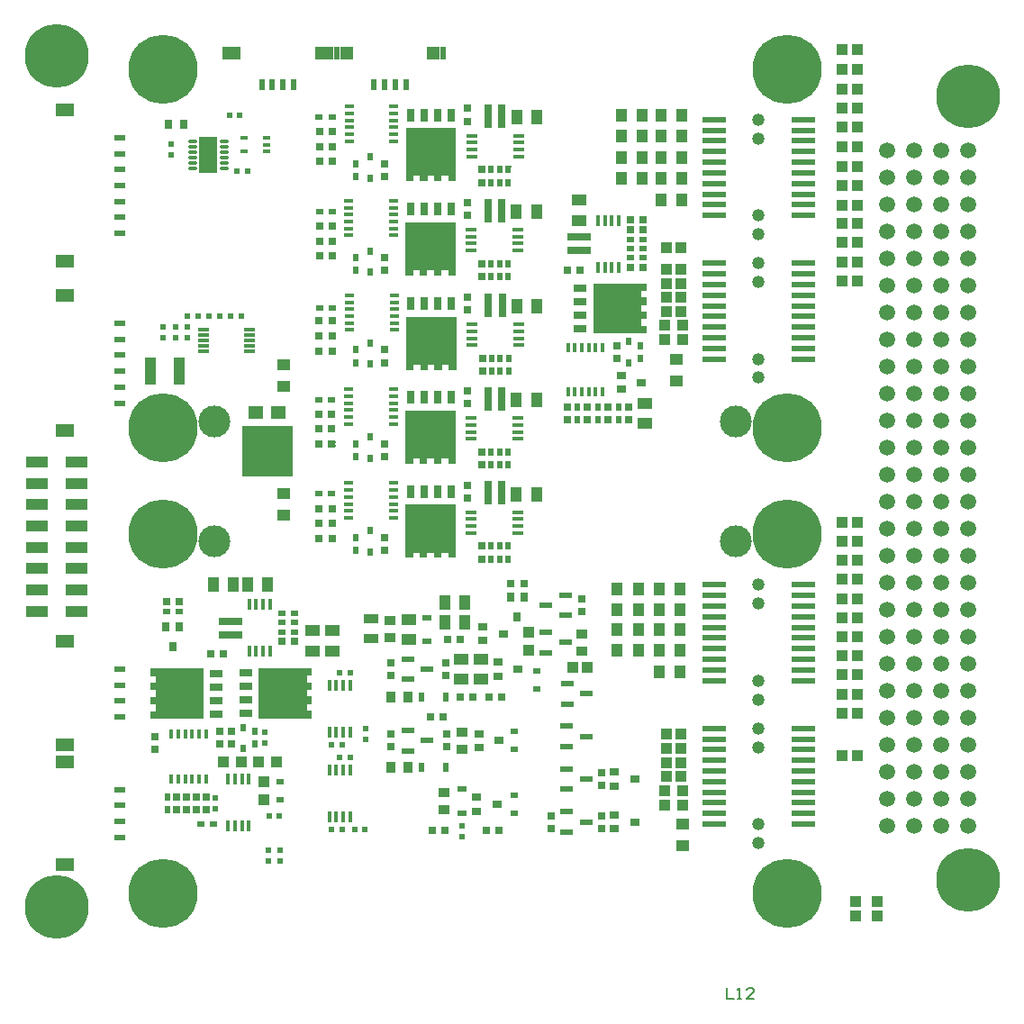
<source format=gbl>
G04 Layer_Physical_Order=12*
G04 Layer_Color=16711680*
%FSLAX25Y25*%
%MOIN*%
G70*
G01*
G75*
%ADD26R,0.04134X0.02362*%
%ADD27R,0.07087X0.04921*%
%ADD28R,0.04961X0.05118*%
%ADD29R,0.01969X0.03937*%
%ADD31R,0.08898X0.02402*%
G04:AMPARAMS|DCode=43|XSize=11.81mil|YSize=31.5mil|CornerRadius=2.95mil|HoleSize=0mil|Usage=FLASHONLY|Rotation=270.000|XOffset=0mil|YOffset=0mil|HoleType=Round|Shape=RoundedRectangle|*
%AMROUNDEDRECTD43*
21,1,0.01181,0.02559,0,0,270.0*
21,1,0.00591,0.03150,0,0,270.0*
1,1,0.00591,-0.01280,-0.00295*
1,1,0.00591,-0.01280,0.00295*
1,1,0.00591,0.01280,0.00295*
1,1,0.00591,0.01280,-0.00295*
%
%ADD43ROUNDEDRECTD43*%
%ADD50R,0.03150X0.03543*%
G04:AMPARAMS|DCode=52|XSize=27.56mil|YSize=35.43mil|CornerRadius=1.38mil|HoleSize=0mil|Usage=FLASHONLY|Rotation=0.000|XOffset=0mil|YOffset=0mil|HoleType=Round|Shape=RoundedRectangle|*
%AMROUNDEDRECTD52*
21,1,0.02756,0.03268,0,0,0.0*
21,1,0.02480,0.03543,0,0,0.0*
1,1,0.00276,0.01240,-0.01634*
1,1,0.00276,-0.01240,-0.01634*
1,1,0.00276,-0.01240,0.01634*
1,1,0.00276,0.01240,0.01634*
%
%ADD52ROUNDEDRECTD52*%
%ADD53R,0.03150X0.02756*%
%ADD54R,0.02362X0.02362*%
%ADD55R,0.03150X0.02362*%
%ADD56R,0.03858X0.03858*%
%ADD57R,0.03937X0.05118*%
%ADD58R,0.02362X0.02362*%
%ADD59R,0.05118X0.03937*%
%ADD60R,0.03858X0.03858*%
G04:AMPARAMS|DCode=61|XSize=16.14mil|YSize=43.31mil|CornerRadius=4.04mil|HoleSize=0mil|Usage=FLASHONLY|Rotation=90.000|XOffset=0mil|YOffset=0mil|HoleType=Round|Shape=RoundedRectangle|*
%AMROUNDEDRECTD61*
21,1,0.01614,0.03524,0,0,90.0*
21,1,0.00807,0.04331,0,0,90.0*
1,1,0.00807,0.01762,0.00404*
1,1,0.00807,0.01762,-0.00404*
1,1,0.00807,-0.01762,-0.00404*
1,1,0.00807,-0.01762,0.00404*
%
%ADD61ROUNDEDRECTD61*%
%ADD62R,0.03937X0.04331*%
%ADD63C,0.00787*%
%ADD64R,0.01870X0.05118*%
%ADD65C,0.04685*%
%ADD66C,0.05906*%
%ADD67C,0.23622*%
%ADD68C,0.25590*%
%ADD69C,0.11811*%
%ADD70C,0.01181*%
%ADD159R,0.18898X0.18701*%
%ADD160R,0.05512X0.05000*%
%ADD161R,0.03150X0.01575*%
G04:AMPARAMS|DCode=162|XSize=27.56mil|YSize=35.43mil|CornerRadius=1.38mil|HoleSize=0mil|Usage=FLASHONLY|Rotation=90.000|XOffset=0mil|YOffset=0mil|HoleType=Round|Shape=RoundedRectangle|*
%AMROUNDEDRECTD162*
21,1,0.02756,0.03268,0,0,90.0*
21,1,0.02480,0.03543,0,0,90.0*
1,1,0.00276,0.01634,0.01240*
1,1,0.00276,0.01634,-0.01240*
1,1,0.00276,-0.01634,-0.01240*
1,1,0.00276,-0.01634,0.01240*
%
%ADD162ROUNDEDRECTD162*%
%ADD163R,0.01969X0.03150*%
%ADD164R,0.02480X0.03268*%
%ADD165R,0.08661X0.02756*%
%ADD166R,0.05512X0.03740*%
G04:AMPARAMS|DCode=167|XSize=16.14mil|YSize=43.31mil|CornerRadius=4.04mil|HoleSize=0mil|Usage=FLASHONLY|Rotation=180.000|XOffset=0mil|YOffset=0mil|HoleType=Round|Shape=RoundedRectangle|*
%AMROUNDEDRECTD167*
21,1,0.01614,0.03524,0,0,180.0*
21,1,0.00807,0.04331,0,0,180.0*
1,1,0.00807,-0.00404,0.01762*
1,1,0.00807,0.00404,0.01762*
1,1,0.00807,0.00404,-0.01762*
1,1,0.00807,-0.00404,-0.01762*
%
%ADD167ROUNDEDRECTD167*%
G04:AMPARAMS|DCode=168|XSize=11.81mil|YSize=43.31mil|CornerRadius=2.95mil|HoleSize=0mil|Usage=FLASHONLY|Rotation=90.000|XOffset=0mil|YOffset=0mil|HoleType=Round|Shape=RoundedRectangle|*
%AMROUNDEDRECTD168*
21,1,0.01181,0.03740,0,0,90.0*
21,1,0.00591,0.04331,0,0,90.0*
1,1,0.00591,0.01870,0.00295*
1,1,0.00591,0.01870,-0.00295*
1,1,0.00591,-0.01870,-0.00295*
1,1,0.00591,-0.01870,0.00295*
%
%ADD168ROUNDEDRECTD168*%
%ADD169R,0.01654X0.03500*%
%ADD170R,0.04724X0.02559*%
%ADD171R,0.06890X0.13189*%
%ADD172R,0.03150X0.02362*%
%ADD173R,0.04134X0.05512*%
%ADD174R,0.03937X0.03543*%
%ADD175R,0.02362X0.03150*%
%ADD176R,0.07874X0.03937*%
%ADD177R,0.04331X0.10236*%
%ADD178R,0.02362X0.01969*%
%ADD179R,0.05512X0.04134*%
%ADD180R,0.02756X0.03150*%
%ADD181R,0.03543X0.03937*%
%ADD182R,0.01969X0.02362*%
%ADD183R,0.03268X0.02480*%
%ADD184R,0.04724X0.02362*%
%ADD185R,0.02559X0.04724*%
%ADD186R,0.04331X0.03937*%
%ADD187R,0.02756X0.08661*%
%ADD188R,0.03500X0.01654*%
G36*
X120866Y112992D02*
Y111024D01*
X118110D01*
Y112992D01*
X115610D01*
Y111024D01*
X112854D01*
Y112992D01*
X110374D01*
Y111024D01*
X107618D01*
Y112992D01*
X105118D01*
Y111024D01*
X102362D01*
Y112992D01*
Y130709D01*
X120866D01*
Y112992D01*
D02*
G37*
G36*
X120768Y78150D02*
Y76181D01*
X118012D01*
Y78150D01*
X115512D01*
Y76181D01*
X112756D01*
Y78150D01*
X110276D01*
Y76181D01*
X107520D01*
Y78150D01*
X105020D01*
Y76181D01*
X102264D01*
Y78150D01*
Y95866D01*
X120768D01*
Y78150D01*
D02*
G37*
G36*
X191339Y70472D02*
X189370D01*
Y67972D01*
X191339D01*
Y65216D01*
X189370D01*
Y62736D01*
X191339D01*
Y59980D01*
X189370D01*
Y57480D01*
X191339D01*
Y54724D01*
X171653D01*
Y73228D01*
X191339D01*
Y70472D01*
D02*
G37*
G36*
X120965Y43110D02*
Y41142D01*
X118209D01*
Y43110D01*
X115709D01*
Y41142D01*
X112953D01*
Y43110D01*
X110472D01*
Y41142D01*
X107717D01*
Y43110D01*
X105217D01*
Y41142D01*
X102461D01*
Y43110D01*
Y60827D01*
X120965D01*
Y43110D01*
D02*
G37*
G36*
X120768Y8366D02*
Y6398D01*
X118012D01*
Y8366D01*
X115512D01*
Y6398D01*
X112756D01*
Y8366D01*
X110276D01*
Y6398D01*
X107520D01*
Y8366D01*
X105020D01*
Y6398D01*
X102264D01*
Y8366D01*
Y26083D01*
X120768D01*
Y8366D01*
D02*
G37*
G36*
Y-26378D02*
Y-28346D01*
X118012D01*
Y-26378D01*
X115512D01*
Y-28346D01*
X112756D01*
Y-26378D01*
X110276D01*
Y-28346D01*
X107520D01*
Y-26378D01*
X105020D01*
Y-28346D01*
X102264D01*
Y-26378D01*
Y-8661D01*
X120768D01*
Y-26378D01*
D02*
G37*
G36*
X67618Y-71949D02*
X65650D01*
Y-74449D01*
X67618D01*
Y-77205D01*
X65650D01*
Y-79685D01*
X67618D01*
Y-82441D01*
X65650D01*
Y-84941D01*
X67618D01*
Y-87697D01*
X47933D01*
Y-69193D01*
X67618D01*
Y-71949D01*
D02*
G37*
G36*
X27362Y-87795D02*
X7677D01*
Y-85039D01*
X9646D01*
Y-82539D01*
X7677D01*
Y-79783D01*
X9646D01*
Y-77303D01*
X7677D01*
Y-74547D01*
X9646D01*
Y-72047D01*
X7677D01*
Y-69291D01*
X27362D01*
Y-87795D01*
D02*
G37*
D26*
X-3543Y127165D02*
D03*
Y121260D02*
D03*
Y115354D02*
D03*
Y109449D02*
D03*
Y103543D02*
D03*
Y97638D02*
D03*
Y91732D02*
D03*
Y-69488D02*
D03*
Y-75394D02*
D03*
Y-81299D02*
D03*
Y-87205D02*
D03*
Y58465D02*
D03*
Y52559D02*
D03*
Y46654D02*
D03*
Y40748D02*
D03*
Y34843D02*
D03*
Y28937D02*
D03*
Y-114075D02*
D03*
Y-119980D02*
D03*
Y-125886D02*
D03*
Y-131791D02*
D03*
D27*
X-24016Y137402D02*
D03*
Y81496D02*
D03*
Y-59252D02*
D03*
Y-97441D02*
D03*
Y68701D02*
D03*
Y18701D02*
D03*
Y-103839D02*
D03*
Y-142028D02*
D03*
D28*
X71063Y158425D02*
D03*
X38780D02*
D03*
X112598Y158622D02*
D03*
X80315D02*
D03*
D29*
X60827Y146653D02*
D03*
X49016D02*
D03*
X52953D02*
D03*
X56890D02*
D03*
X102362Y146850D02*
D03*
X90551D02*
D03*
X94488D02*
D03*
X98425D02*
D03*
D31*
X249429Y-73740D02*
D03*
Y-69803D02*
D03*
Y-65866D02*
D03*
Y-61929D02*
D03*
Y-57992D02*
D03*
Y-54055D02*
D03*
Y-50118D02*
D03*
Y-46181D02*
D03*
Y-42244D02*
D03*
Y-38307D02*
D03*
X216437D02*
D03*
Y-42244D02*
D03*
Y-46181D02*
D03*
Y-50118D02*
D03*
Y-54055D02*
D03*
Y-57992D02*
D03*
Y-61929D02*
D03*
Y-65866D02*
D03*
Y-69803D02*
D03*
Y-73740D02*
D03*
Y98425D02*
D03*
Y102362D02*
D03*
Y106299D02*
D03*
Y110236D02*
D03*
Y114173D02*
D03*
Y118110D02*
D03*
Y122047D02*
D03*
Y125984D02*
D03*
Y129921D02*
D03*
Y133858D02*
D03*
X249429D02*
D03*
Y129921D02*
D03*
Y125984D02*
D03*
Y122047D02*
D03*
Y118110D02*
D03*
Y114173D02*
D03*
Y110236D02*
D03*
Y106299D02*
D03*
Y102362D02*
D03*
Y98425D02*
D03*
X216437Y45276D02*
D03*
Y49213D02*
D03*
Y53150D02*
D03*
Y57087D02*
D03*
Y61024D02*
D03*
Y64961D02*
D03*
Y68898D02*
D03*
Y72835D02*
D03*
Y76772D02*
D03*
Y80709D02*
D03*
X249429D02*
D03*
Y76772D02*
D03*
Y72835D02*
D03*
Y68898D02*
D03*
Y64961D02*
D03*
Y61024D02*
D03*
Y57087D02*
D03*
Y53150D02*
D03*
Y49213D02*
D03*
Y45276D02*
D03*
X216437Y-126890D02*
D03*
Y-122953D02*
D03*
Y-119016D02*
D03*
Y-115079D02*
D03*
Y-111142D02*
D03*
Y-107205D02*
D03*
Y-103268D02*
D03*
Y-99331D02*
D03*
Y-95394D02*
D03*
Y-91457D02*
D03*
X249429D02*
D03*
Y-95394D02*
D03*
Y-99331D02*
D03*
Y-103268D02*
D03*
Y-107205D02*
D03*
Y-111142D02*
D03*
Y-115079D02*
D03*
Y-119016D02*
D03*
Y-122953D02*
D03*
Y-126890D02*
D03*
D43*
X23368Y123679D02*
D03*
Y125648D02*
D03*
Y119742D02*
D03*
Y121711D02*
D03*
Y117774D02*
D03*
Y115805D02*
D03*
X35179D02*
D03*
Y117774D02*
D03*
Y119742D02*
D03*
Y121711D02*
D03*
Y123679D02*
D03*
Y125648D02*
D03*
D50*
X14608Y132045D02*
D03*
X20120D02*
D03*
D52*
X143602Y-50197D02*
D03*
X146161Y-42717D02*
D03*
X141043D02*
D03*
X16043Y-61221D02*
D03*
X18602Y-53740D02*
D03*
X13484D02*
D03*
D53*
X185433Y93012D02*
D03*
X190157D02*
D03*
X56398Y-59252D02*
D03*
X61122D02*
D03*
X116262Y-87300D02*
D03*
X111538D02*
D03*
X112138Y-129300D02*
D03*
X116862D02*
D03*
X132038Y-129100D02*
D03*
X136762D02*
D03*
X122539Y-79724D02*
D03*
X127264D02*
D03*
X137697Y-79724D02*
D03*
X132972D02*
D03*
X141240Y-37913D02*
D03*
X145965D02*
D03*
X122539Y-58366D02*
D03*
X117815D02*
D03*
X75011Y48200D02*
D03*
X70287D02*
D03*
X74957Y13814D02*
D03*
X70232D02*
D03*
X75062Y83400D02*
D03*
X70338D02*
D03*
X75002Y-21086D02*
D03*
X70278D02*
D03*
X75043Y118316D02*
D03*
X70319D02*
D03*
X75011Y53924D02*
D03*
X70287D02*
D03*
X74957Y19328D02*
D03*
X70232D02*
D03*
X75076Y88928D02*
D03*
X70352D02*
D03*
X75002Y-15572D02*
D03*
X70278D02*
D03*
X75028Y123881D02*
D03*
X70303D02*
D03*
X70287Y59452D02*
D03*
X75011D02*
D03*
X74957Y24855D02*
D03*
X70232D02*
D03*
X70352Y94455D02*
D03*
X75076D02*
D03*
X75002Y-10045D02*
D03*
X70278D02*
D03*
X70303Y129447D02*
D03*
X75028D02*
D03*
X30217Y-63976D02*
D03*
X34941D02*
D03*
X18406Y-44629D02*
D03*
X13681D02*
D03*
X190157Y79232D02*
D03*
X185433D02*
D03*
X162205Y78150D02*
D03*
X166929D02*
D03*
X190157Y96752D02*
D03*
X185433D02*
D03*
D54*
X123228Y-127657D02*
D03*
Y-131595D02*
D03*
X55905Y-140453D02*
D03*
Y-136516D02*
D03*
X51575D02*
D03*
Y-140453D02*
D03*
X15380Y124664D02*
D03*
Y120727D02*
D03*
X21555Y56988D02*
D03*
Y53051D02*
D03*
X17028Y56988D02*
D03*
Y53051D02*
D03*
X12500Y56988D02*
D03*
Y53051D02*
D03*
D55*
X55905Y-117815D02*
D03*
Y-111122D02*
D03*
X56398Y-55709D02*
D03*
X61122D02*
D03*
X61122Y-52362D02*
D03*
X56398D02*
D03*
X61122Y-49016D02*
D03*
X56398D02*
D03*
X31062Y-127000D02*
D03*
X26338D02*
D03*
X75113Y64217D02*
D03*
X70389D02*
D03*
X74957Y30114D02*
D03*
X70232D02*
D03*
X75076Y99786D02*
D03*
X70352D02*
D03*
X74922Y-4686D02*
D03*
X70198D02*
D03*
X74997Y134816D02*
D03*
X70272D02*
D03*
X13681Y-48172D02*
D03*
X18406D02*
D03*
X190157Y82775D02*
D03*
X185433D02*
D03*
X185433Y86122D02*
D03*
X190157D02*
D03*
X185433Y89468D02*
D03*
X190157D02*
D03*
D56*
X276673Y-155492D02*
D03*
Y-160846D02*
D03*
X268898Y-155492D02*
D03*
Y-160846D02*
D03*
D57*
X204626Y104035D02*
D03*
X196752D02*
D03*
X204626Y112205D02*
D03*
X196752D02*
D03*
X204626Y119948D02*
D03*
X196752D02*
D03*
X204626Y127690D02*
D03*
X196752D02*
D03*
X204626Y135433D02*
D03*
X196752D02*
D03*
X203839Y-70374D02*
D03*
X195965D02*
D03*
X203839Y-62500D02*
D03*
X195965D02*
D03*
X203839Y-54954D02*
D03*
X195965D02*
D03*
X203839Y-47408D02*
D03*
X195965D02*
D03*
X203839Y-39862D02*
D03*
X195965D02*
D03*
X189961Y112205D02*
D03*
X182087D02*
D03*
X189961Y119948D02*
D03*
X182087D02*
D03*
X189961Y127690D02*
D03*
X182087D02*
D03*
X189961Y135433D02*
D03*
X182087D02*
D03*
X188386Y-62500D02*
D03*
X180512D02*
D03*
X188386Y-54954D02*
D03*
X180512D02*
D03*
X188386Y-47408D02*
D03*
X180512D02*
D03*
X188386Y-39862D02*
D03*
X180512D02*
D03*
D58*
X39706Y114640D02*
D03*
X43643D02*
D03*
X74803Y-97441D02*
D03*
X78740D02*
D03*
X78740Y-128839D02*
D03*
X74803D02*
D03*
X77756Y-70866D02*
D03*
X81693D02*
D03*
X81693Y-102264D02*
D03*
X77756D02*
D03*
X29528Y61024D02*
D03*
X33465D02*
D03*
X37500D02*
D03*
X41437D02*
D03*
X21555D02*
D03*
X25492D02*
D03*
D59*
X57185Y35128D02*
D03*
Y43002D02*
D03*
Y-12402D02*
D03*
Y-4528D02*
D03*
X202461Y37205D02*
D03*
Y45079D02*
D03*
X204921Y-134744D02*
D03*
Y-126870D02*
D03*
D60*
X169606Y-68701D02*
D03*
X164252D02*
D03*
X204055Y86614D02*
D03*
X198701D02*
D03*
X269311Y81201D02*
D03*
X263957D02*
D03*
X269311Y74016D02*
D03*
X263957D02*
D03*
X269311Y102264D02*
D03*
X263957D02*
D03*
Y-22224D02*
D03*
X269311D02*
D03*
Y-71693D02*
D03*
X263957D02*
D03*
X269311Y-78760D02*
D03*
X263957D02*
D03*
Y131004D02*
D03*
X269311D02*
D03*
X263957Y159744D02*
D03*
X269311D02*
D03*
X263957Y152559D02*
D03*
X269311D02*
D03*
X263957Y123819D02*
D03*
X269311D02*
D03*
X263957Y88386D02*
D03*
X269311D02*
D03*
X263957Y109449D02*
D03*
X269311D02*
D03*
Y95571D02*
D03*
X263957D02*
D03*
X269311Y145276D02*
D03*
X263957D02*
D03*
X269311Y138189D02*
D03*
X263957D02*
D03*
X269311Y116634D02*
D03*
X263957D02*
D03*
X269311Y-85827D02*
D03*
X263957D02*
D03*
Y-50492D02*
D03*
X269311D02*
D03*
X263957Y-57559D02*
D03*
X269311D02*
D03*
X263957Y-64626D02*
D03*
X269311D02*
D03*
X263957Y-15157D02*
D03*
X269311D02*
D03*
Y-29291D02*
D03*
X263957D02*
D03*
X269311Y-36358D02*
D03*
X263957D02*
D03*
X269311Y-43425D02*
D03*
X263957D02*
D03*
Y-101378D02*
D03*
X269311D02*
D03*
X198701Y78495D02*
D03*
X204055D02*
D03*
X198898Y-93650D02*
D03*
X204252D02*
D03*
X198701Y73295D02*
D03*
X204055D02*
D03*
X198898Y-98851D02*
D03*
X204252D02*
D03*
X198701Y68094D02*
D03*
X204055D02*
D03*
X198898Y-104051D02*
D03*
X204252D02*
D03*
X198701Y62894D02*
D03*
X204055D02*
D03*
X198898Y-109252D02*
D03*
X204252D02*
D03*
D61*
X126747Y50398D02*
D03*
Y52957D02*
D03*
Y55516D02*
D03*
Y58075D02*
D03*
X144070Y50398D02*
D03*
Y52957D02*
D03*
Y55516D02*
D03*
Y58075D02*
D03*
X126550Y15654D02*
D03*
Y18213D02*
D03*
Y20772D02*
D03*
Y23331D02*
D03*
X143873Y15654D02*
D03*
Y18213D02*
D03*
Y20772D02*
D03*
Y23331D02*
D03*
X126550Y85437D02*
D03*
Y87997D02*
D03*
Y90556D02*
D03*
Y93115D02*
D03*
X143873Y85437D02*
D03*
Y87997D02*
D03*
Y90556D02*
D03*
Y93115D02*
D03*
X126550Y-19090D02*
D03*
Y-16531D02*
D03*
Y-13972D02*
D03*
Y-11413D02*
D03*
X143873Y-19090D02*
D03*
Y-16531D02*
D03*
Y-13972D02*
D03*
Y-11413D02*
D03*
X126649Y120280D02*
D03*
Y122839D02*
D03*
Y125398D02*
D03*
Y127957D02*
D03*
X143972Y120280D02*
D03*
Y122839D02*
D03*
Y125398D02*
D03*
Y127957D02*
D03*
D62*
X47835Y-103937D02*
D03*
X54528D02*
D03*
X198031Y57677D02*
D03*
X204724D02*
D03*
X198228Y-114665D02*
D03*
X204921D02*
D03*
X198031Y52461D02*
D03*
X204724D02*
D03*
X198228Y-119882D02*
D03*
X204921D02*
D03*
X34646Y-103937D02*
D03*
X41339D02*
D03*
D63*
X221161Y-187501D02*
Y-191437D01*
X223785D01*
X225097D02*
X226409D01*
X225753D01*
Y-187501D01*
X225097Y-188157D01*
X231001Y-191437D02*
X228377D01*
X231001Y-188813D01*
Y-188157D01*
X230345Y-187501D01*
X229033D01*
X228377Y-188157D01*
D64*
X35372Y158425D02*
D03*
X74470D02*
D03*
X76907Y158622D02*
D03*
X116006D02*
D03*
D65*
X232933Y-45276D02*
D03*
Y-80709D02*
D03*
Y-38307D02*
D03*
Y-73740D02*
D03*
Y98425D02*
D03*
Y133858D02*
D03*
Y-98425D02*
D03*
Y-133858D02*
D03*
Y45276D02*
D03*
Y80709D02*
D03*
Y-126890D02*
D03*
Y-91457D02*
D03*
Y73740D02*
D03*
Y38307D02*
D03*
Y126890D02*
D03*
Y91457D02*
D03*
D66*
X280494Y122518D02*
D03*
X290494D02*
D03*
X280494Y112518D02*
D03*
X290494D02*
D03*
X280494Y102518D02*
D03*
X290494D02*
D03*
X280494Y92518D02*
D03*
X290494D02*
D03*
X280494Y82518D02*
D03*
X290494D02*
D03*
X280494Y72518D02*
D03*
X290494D02*
D03*
X280494Y62518D02*
D03*
X290494D02*
D03*
X280494Y52518D02*
D03*
X290494D02*
D03*
X280494Y42518D02*
D03*
X290494D02*
D03*
X280494Y32518D02*
D03*
X290494D02*
D03*
X280494Y22518D02*
D03*
X290494D02*
D03*
X280494Y12518D02*
D03*
X290494D02*
D03*
X280494Y2518D02*
D03*
X290494D02*
D03*
X280494Y-7482D02*
D03*
X290494D02*
D03*
X280494Y-17482D02*
D03*
X290494D02*
D03*
X280494Y-27482D02*
D03*
X290494D02*
D03*
X280494Y-37482D02*
D03*
X290494D02*
D03*
X280494Y-47482D02*
D03*
X290494D02*
D03*
X280494Y-57482D02*
D03*
X290494D02*
D03*
X280494Y-67482D02*
D03*
X290494D02*
D03*
X280494Y-77482D02*
D03*
X290494D02*
D03*
X280494Y-87482D02*
D03*
X290494D02*
D03*
X280494Y-97482D02*
D03*
X290494D02*
D03*
X280494Y-107482D02*
D03*
X290494D02*
D03*
X280494Y-117482D02*
D03*
X290494D02*
D03*
X280494Y-127482D02*
D03*
X290494D02*
D03*
X310494D02*
D03*
X300494D02*
D03*
X310494Y-117482D02*
D03*
X300494D02*
D03*
X310494Y-107482D02*
D03*
X300494D02*
D03*
X310494Y-97482D02*
D03*
X300494D02*
D03*
X310494Y-87482D02*
D03*
X300494D02*
D03*
X310494Y-77482D02*
D03*
X300494D02*
D03*
X310494Y-67482D02*
D03*
X300494D02*
D03*
X310494Y-57482D02*
D03*
X300494D02*
D03*
X310494Y-47482D02*
D03*
X300494D02*
D03*
X310494Y-37482D02*
D03*
X300494D02*
D03*
X310494Y-27482D02*
D03*
X300494D02*
D03*
X310494Y-17482D02*
D03*
X300494D02*
D03*
X310494Y-7482D02*
D03*
X300494D02*
D03*
X310494Y2518D02*
D03*
X300494D02*
D03*
X310494Y12518D02*
D03*
X300494D02*
D03*
X310494Y22518D02*
D03*
X300494D02*
D03*
X310494Y32518D02*
D03*
X300494D02*
D03*
X310494Y42518D02*
D03*
X300494D02*
D03*
X310494Y52518D02*
D03*
X300494D02*
D03*
X310494Y62518D02*
D03*
X300494D02*
D03*
X310494Y72518D02*
D03*
X300494D02*
D03*
X310494Y82518D02*
D03*
X300494D02*
D03*
X310494Y92518D02*
D03*
X300494D02*
D03*
X310494Y102518D02*
D03*
X300494D02*
D03*
X310494Y112518D02*
D03*
X300494D02*
D03*
X310494Y122518D02*
D03*
X300494D02*
D03*
D67*
X-27028Y-157480D02*
D03*
Y157520D02*
D03*
X310492Y-147480D02*
D03*
Y142520D02*
D03*
D68*
X12342Y-152480D02*
D03*
Y-19685D02*
D03*
Y19685D02*
D03*
Y152480D02*
D03*
X243563Y-152480D02*
D03*
Y-19685D02*
D03*
Y19685D02*
D03*
Y152480D02*
D03*
D69*
X31496Y-22303D02*
D03*
Y22303D02*
D03*
X224409Y-22303D02*
D03*
Y22303D02*
D03*
D70*
X125566Y18213D02*
D03*
Y20772D02*
D03*
X117618Y17421D02*
D03*
X114838D02*
D03*
X89400Y84400D02*
D03*
X197343Y59005D02*
D03*
Y57800D02*
D03*
X186417Y60802D02*
D03*
X183514Y70029D02*
D03*
Y63878D02*
D03*
X186319Y70029D02*
D03*
X175098Y33632D02*
D03*
X181004Y44488D02*
D03*
X179724D02*
D03*
X42265Y122006D02*
D03*
X43446D02*
D03*
X50394Y124606D02*
D03*
X41495Y135969D02*
D03*
X40412Y135376D02*
D03*
X252972Y56476D02*
D03*
X250610D02*
D03*
X251791D02*
D03*
X249429Y57657D02*
D03*
X250610D02*
D03*
X251791D02*
D03*
X248248D02*
D03*
X249429Y56476D02*
D03*
X248248D02*
D03*
X245886Y57657D02*
D03*
X245886Y56476D02*
D03*
X247067D02*
D03*
X247067Y57657D02*
D03*
X252972Y52539D02*
D03*
X249429D02*
D03*
X250610D02*
D03*
X251791D02*
D03*
X251791Y53720D02*
D03*
X249429D02*
D03*
X250610D02*
D03*
X248248D02*
D03*
X248248Y52539D02*
D03*
X245886D02*
D03*
X247067D02*
D03*
X245886Y53720D02*
D03*
X247067D02*
D03*
X202460Y46437D02*
D03*
X201131D02*
D03*
X219980Y61594D02*
D03*
X219980Y64350D02*
D03*
X219980Y73405D02*
D03*
X219980Y72224D02*
D03*
X206043Y56052D02*
D03*
X81299Y-8366D02*
D03*
X-2362Y47244D02*
D03*
X-3543D02*
D03*
X94990Y-19926D02*
D03*
X89100Y-19100D02*
D03*
Y-17700D02*
D03*
Y-25500D02*
D03*
Y-27000D02*
D03*
X98779Y-13484D02*
D03*
X96811D02*
D03*
X69294Y-20692D02*
D03*
Y-21873D02*
D03*
X74800Y-14800D02*
D03*
X75000Y-21681D02*
D03*
X75000Y-20500D02*
D03*
X74708Y-10783D02*
D03*
X74700Y-9500D02*
D03*
X89000Y119200D02*
D03*
Y120700D02*
D03*
X89100Y112900D02*
D03*
Y111400D02*
D03*
X42300Y-98300D02*
D03*
Y-99600D02*
D03*
Y-91800D02*
D03*
Y-90400D02*
D03*
X96909Y125886D02*
D03*
X98878D02*
D03*
X137598Y-23031D02*
D03*
X136417Y-23130D02*
D03*
X127535Y-16531D02*
D03*
X125566D02*
D03*
X137598Y11713D02*
D03*
X127535Y18213D02*
D03*
X136417Y11614D02*
D03*
X136614Y46358D02*
D03*
X137795Y46457D02*
D03*
X127732Y52957D02*
D03*
X125763D02*
D03*
X137598Y81496D02*
D03*
X136417Y81398D02*
D03*
X127535Y87997D02*
D03*
X125566D02*
D03*
X127633Y122839D02*
D03*
X125665D02*
D03*
X136516Y116240D02*
D03*
X137697Y116339D02*
D03*
X55413Y-51772D02*
D03*
X55512Y-52953D02*
D03*
X49508Y-63929D02*
D03*
Y-61960D02*
D03*
X87002Y-91863D02*
D03*
X87702Y-94800D02*
D03*
X87002Y-95900D02*
D03*
X87702Y-90863D02*
D03*
X86737Y-128500D02*
D03*
X87837Y-129200D02*
D03*
X83900D02*
D03*
X82800Y-128500D02*
D03*
X80118Y-8366D02*
D03*
X69384Y-4095D02*
D03*
X98779Y-8366D02*
D03*
X69294Y-10832D02*
D03*
X69294Y-9553D02*
D03*
X75987Y-14785D02*
D03*
X75808Y-4095D02*
D03*
X69294Y-15080D02*
D03*
X75941Y19820D02*
D03*
Y18540D02*
D03*
X69248Y24068D02*
D03*
X69248Y25347D02*
D03*
X76000Y14503D02*
D03*
Y13125D02*
D03*
X75657Y30705D02*
D03*
X69248Y19918D02*
D03*
X69475Y64808D02*
D03*
X75900Y58820D02*
D03*
X75999Y64808D02*
D03*
X75900Y53320D02*
D03*
X75900Y54600D02*
D03*
Y60100D02*
D03*
X74190Y88534D02*
D03*
Y89715D02*
D03*
X80315Y128445D02*
D03*
Y131004D02*
D03*
X74732Y124416D02*
D03*
Y123137D02*
D03*
X28053Y116935D02*
D03*
X15946Y120774D02*
D03*
X22679Y115805D02*
D03*
Y123679D02*
D03*
X245866Y44665D02*
D03*
X251791Y61594D02*
D03*
X252972D02*
D03*
Y57657D02*
D03*
X245886Y61594D02*
D03*
X247067D02*
D03*
X204026Y68093D02*
D03*
Y69422D02*
D03*
X195407Y105217D02*
D03*
X143012Y28150D02*
D03*
X142889Y20772D02*
D03*
X205184Y-41043D02*
D03*
X203871D02*
D03*
X203788Y46437D02*
D03*
X212894Y56476D02*
D03*
X214075D02*
D03*
X212894Y57657D02*
D03*
X214075Y60413D02*
D03*
X212894D02*
D03*
X215256Y61594D02*
D03*
X215256Y60413D02*
D03*
X214075Y61594D02*
D03*
X212894D02*
D03*
X206043Y57381D02*
D03*
Y58710D02*
D03*
X196653Y53788D02*
D03*
X198671Y71965D02*
D03*
Y73294D02*
D03*
X268799Y-100197D02*
D03*
Y-102559D02*
D03*
X219980Y129311D02*
D03*
Y133248D02*
D03*
X218799D02*
D03*
X219980Y134429D02*
D03*
X219980Y121437D02*
D03*
X144692Y93115D02*
D03*
X188189Y-45472D02*
D03*
X187008Y-49016D02*
D03*
Y-45472D02*
D03*
Y-46654D02*
D03*
Y-47835D02*
D03*
X179921Y-40748D02*
D03*
X181102D02*
D03*
X195932Y-71555D02*
D03*
X194619D02*
D03*
X195932Y-70374D02*
D03*
X194619D02*
D03*
X195932Y-69193D02*
D03*
X194619D02*
D03*
X203871Y-69193D02*
D03*
X205184D02*
D03*
X203871Y-70374D02*
D03*
X205184D02*
D03*
X203871Y-71555D02*
D03*
X205184D02*
D03*
X195932Y-63681D02*
D03*
X194619D02*
D03*
X195932Y-62500D02*
D03*
X194619D02*
D03*
X195932Y-61319D02*
D03*
X194619D02*
D03*
X203871Y-61319D02*
D03*
X205184D02*
D03*
X203871Y-62500D02*
D03*
X205184D02*
D03*
X203871Y-63681D02*
D03*
X205184D02*
D03*
X195932Y-56135D02*
D03*
X194619D02*
D03*
X195932Y-54954D02*
D03*
X194619D02*
D03*
X195932Y-53773D02*
D03*
X194619D02*
D03*
X203871Y-53773D02*
D03*
X205184D02*
D03*
X203871Y-54954D02*
D03*
X205184D02*
D03*
X203871Y-56135D02*
D03*
X205184D02*
D03*
X195932Y-48589D02*
D03*
X194619D02*
D03*
X195932Y-47408D02*
D03*
X194619D02*
D03*
X195932Y-46227D02*
D03*
X194619D02*
D03*
X203871Y-47408D02*
D03*
Y-48589D02*
D03*
X205184D02*
D03*
X195932Y-41043D02*
D03*
X194619D02*
D03*
X195932Y-39862D02*
D03*
X194619D02*
D03*
X195932Y-38681D02*
D03*
X194619D02*
D03*
X203871Y-38681D02*
D03*
X205184D02*
D03*
X203871Y-39862D02*
D03*
X205184D02*
D03*
X180479Y-63681D02*
D03*
X179167D02*
D03*
X180479Y-62500D02*
D03*
X179167D02*
D03*
X180479Y-61319D02*
D03*
X179167D02*
D03*
X188419Y-61319D02*
D03*
X189731D02*
D03*
X188419Y-62500D02*
D03*
X189731D02*
D03*
X188419Y-63681D02*
D03*
X189731D02*
D03*
Y-56135D02*
D03*
X188419D02*
D03*
X189731Y-54954D02*
D03*
X188419D02*
D03*
X189731Y-53773D02*
D03*
X188419D02*
D03*
X189731Y-41043D02*
D03*
X188419D02*
D03*
X189731Y-39862D02*
D03*
X188419D02*
D03*
X189731Y-38681D02*
D03*
X188419D02*
D03*
X179265Y-56857D02*
D03*
Y-55545D02*
D03*
X180446Y-56857D02*
D03*
Y-55545D02*
D03*
X181627Y-56857D02*
D03*
Y-55545D02*
D03*
X179167Y-46227D02*
D03*
X180479D02*
D03*
X179167Y-47408D02*
D03*
X180479D02*
D03*
X179167Y-48589D02*
D03*
X180479D02*
D03*
X179331Y-41831D02*
D03*
X180512D02*
D03*
X181693D02*
D03*
X110728Y-69508D02*
D03*
X109547D02*
D03*
X163386Y-68110D02*
D03*
Y-69291D02*
D03*
X168504Y-68110D02*
D03*
Y-69291D02*
D03*
X218799Y110807D02*
D03*
X217618D02*
D03*
X160728Y-49606D02*
D03*
X49510Y-46459D02*
D03*
X205315Y-93717D02*
D03*
X205315Y-94996D02*
D03*
Y-92437D02*
D03*
X199803D02*
D03*
X199803Y-93717D02*
D03*
X199803Y-94996D02*
D03*
X163091Y-42717D02*
D03*
X196653Y52460D02*
D03*
Y51131D02*
D03*
X206043Y51328D02*
D03*
Y52656D02*
D03*
X197343Y64221D02*
D03*
Y62893D02*
D03*
Y61564D02*
D03*
X198671Y64221D02*
D03*
Y62893D02*
D03*
Y61564D02*
D03*
X205354D02*
D03*
Y62893D02*
D03*
Y64221D02*
D03*
X204026Y61564D02*
D03*
Y62893D02*
D03*
Y64221D02*
D03*
X197343Y69422D02*
D03*
Y68093D02*
D03*
Y66764D02*
D03*
X198671Y69422D02*
D03*
Y68093D02*
D03*
Y66764D02*
D03*
X205354D02*
D03*
Y68093D02*
D03*
Y69422D02*
D03*
X204026Y66764D02*
D03*
X197343Y74622D02*
D03*
Y73294D02*
D03*
Y71965D02*
D03*
X198671Y74622D02*
D03*
X205354Y71965D02*
D03*
Y73294D02*
D03*
Y74622D02*
D03*
X204026Y73294D02*
D03*
Y74622D02*
D03*
Y78494D02*
D03*
Y77165D02*
D03*
X205354D02*
D03*
X198671D02*
D03*
Y78494D02*
D03*
Y79823D02*
D03*
X197343Y77165D02*
D03*
Y78494D02*
D03*
Y79823D02*
D03*
X196719Y105217D02*
D03*
X195407Y104035D02*
D03*
X196719D02*
D03*
X195407Y102854D02*
D03*
X196719D02*
D03*
X204659Y105217D02*
D03*
X205971D02*
D03*
X204659Y104035D02*
D03*
X205971D02*
D03*
X204659Y102854D02*
D03*
X205971D02*
D03*
Y111024D02*
D03*
X204659D02*
D03*
X205971Y112205D02*
D03*
X204659D02*
D03*
X205971Y113386D02*
D03*
X204659D02*
D03*
X196719Y111024D02*
D03*
X195407D02*
D03*
X196719Y112205D02*
D03*
X195407D02*
D03*
X196719Y113386D02*
D03*
X195407D02*
D03*
X180742D02*
D03*
X182054D02*
D03*
X180742Y112205D02*
D03*
X182054D02*
D03*
X180742Y111024D02*
D03*
X182054D02*
D03*
X189895Y113386D02*
D03*
X191207D02*
D03*
X189895Y112205D02*
D03*
X191207D02*
D03*
X189895Y111024D02*
D03*
X191207D02*
D03*
X205971Y118766D02*
D03*
X204757D02*
D03*
X205971Y119948D02*
D03*
X204757D02*
D03*
X205971Y121129D02*
D03*
X204757D02*
D03*
X196719Y118766D02*
D03*
X195407D02*
D03*
X196719Y119948D02*
D03*
X195407D02*
D03*
X196719Y121129D02*
D03*
X195407D02*
D03*
X180742D02*
D03*
X182054D02*
D03*
X180742Y119948D02*
D03*
X182054D02*
D03*
X180742Y118766D02*
D03*
X182054D02*
D03*
X189993Y121129D02*
D03*
X191306D02*
D03*
X189993Y119948D02*
D03*
X191306D02*
D03*
X189993Y118766D02*
D03*
X191306D02*
D03*
X205971Y126509D02*
D03*
X204659D02*
D03*
X205971Y127690D02*
D03*
X204659D02*
D03*
X205971Y128871D02*
D03*
X204659D02*
D03*
X196719Y126509D02*
D03*
X195407D02*
D03*
X196719Y127690D02*
D03*
X195407D02*
D03*
X196719Y128871D02*
D03*
X195407D02*
D03*
X180742D02*
D03*
X182054D02*
D03*
X180742Y127690D02*
D03*
X182054D02*
D03*
X180742Y126509D02*
D03*
X182054D02*
D03*
X189993Y128871D02*
D03*
X191306D02*
D03*
X189993Y127690D02*
D03*
X191306D02*
D03*
X189993Y126509D02*
D03*
X191306D02*
D03*
Y134252D02*
D03*
X189993D02*
D03*
X191306Y135433D02*
D03*
X189993D02*
D03*
X191306Y136614D02*
D03*
X189993D02*
D03*
X182054Y134252D02*
D03*
X180742D02*
D03*
X182054Y135433D02*
D03*
X180742D02*
D03*
X182054Y136614D02*
D03*
X180742D02*
D03*
X195407D02*
D03*
X196719D02*
D03*
X195407Y135433D02*
D03*
X196719D02*
D03*
X195407Y134252D02*
D03*
X196719D02*
D03*
X204659Y136614D02*
D03*
X205971D02*
D03*
X204659Y135433D02*
D03*
X205971D02*
D03*
X204659Y134252D02*
D03*
X205971D02*
D03*
X89961Y-49606D02*
D03*
X88779Y-59055D02*
D03*
X89961D02*
D03*
X88779Y-49606D02*
D03*
X109547Y-59744D02*
D03*
X110728D02*
D03*
X109547Y-49705D02*
D03*
X110728D02*
D03*
X95669Y-50394D02*
D03*
X96850D02*
D03*
X95669Y-59055D02*
D03*
X96850D02*
D03*
X102756Y-49606D02*
D03*
X103937D02*
D03*
Y-59744D02*
D03*
X102756D02*
D03*
X163091Y-41535D02*
D03*
X131201Y-29724D02*
D03*
X129921D02*
D03*
X146939Y-38287D02*
D03*
X145758D02*
D03*
X140665D02*
D03*
X141847D02*
D03*
X136516Y-71457D02*
D03*
Y-72638D02*
D03*
X163779Y-82972D02*
D03*
Y-81791D02*
D03*
X163681Y-91240D02*
D03*
Y-90059D02*
D03*
Y-130413D02*
D03*
Y-129232D02*
D03*
X104429Y-105413D02*
D03*
Y-106595D02*
D03*
X107579Y-106595D02*
D03*
Y-105413D02*
D03*
X102461Y-99705D02*
D03*
X97500Y-94100D02*
D03*
X107579Y-79134D02*
D03*
Y-80315D02*
D03*
X117618Y-79134D02*
D03*
Y-80315D02*
D03*
Y-105413D02*
D03*
Y-106595D02*
D03*
X135728Y-66929D02*
D03*
X136909D02*
D03*
X143209Y-69488D02*
D03*
X144390D02*
D03*
X151279Y-69705D02*
D03*
X150098D02*
D03*
X151279Y-77579D02*
D03*
X150098D02*
D03*
X142913Y-92736D02*
D03*
X141732D02*
D03*
X142913Y-98642D02*
D03*
X141732D02*
D03*
Y-123622D02*
D03*
X142913D02*
D03*
X141732Y-115748D02*
D03*
X142913D02*
D03*
X122638Y-132185D02*
D03*
X123819D02*
D03*
X122638Y-127067D02*
D03*
X123819D02*
D03*
X166929Y-48878D02*
D03*
X168110D02*
D03*
X166732Y-43307D02*
D03*
Y-44488D02*
D03*
X168110Y-55295D02*
D03*
X166929D02*
D03*
Y-63957D02*
D03*
X168110D02*
D03*
X122736Y-52953D02*
D03*
Y-51772D02*
D03*
X116043D02*
D03*
Y-52953D02*
D03*
X124705Y-46555D02*
D03*
Y-45374D02*
D03*
X116043D02*
D03*
Y-46555D02*
D03*
X129331Y-73819D02*
D03*
X130512D02*
D03*
Y-65158D02*
D03*
X129331D02*
D03*
X122441Y-73819D02*
D03*
X123622D02*
D03*
Y-65158D02*
D03*
X122441D02*
D03*
X95768Y-79134D02*
D03*
Y-80315D02*
D03*
X104429D02*
D03*
Y-79134D02*
D03*
X132343D02*
D03*
Y-80315D02*
D03*
X138327Y-80315D02*
D03*
Y-79134D02*
D03*
X121909Y-79134D02*
D03*
Y-80315D02*
D03*
X127894Y-80315D02*
D03*
Y-79134D02*
D03*
X117815Y-66496D02*
D03*
X116634D02*
D03*
X116634Y-72480D02*
D03*
X117815D02*
D03*
X97342Y-66496D02*
D03*
X96161D02*
D03*
X96161Y-72480D02*
D03*
X97342D02*
D03*
X117185Y-58957D02*
D03*
Y-57776D02*
D03*
X123169Y-57776D02*
D03*
Y-58957D02*
D03*
X147047Y-56260D02*
D03*
X148228D02*
D03*
X148228Y-62244D02*
D03*
X147047D02*
D03*
X116831Y-92953D02*
D03*
X118012D02*
D03*
X97500Y-92919D02*
D03*
Y-97619D02*
D03*
Y-98800D02*
D03*
X174114Y-107146D02*
D03*
X175295D02*
D03*
X175295Y-113130D02*
D03*
X174114D02*
D03*
X174114Y-123091D02*
D03*
X175295D02*
D03*
X175295Y-129075D02*
D03*
X174114D02*
D03*
X155610Y-123091D02*
D03*
X156791D02*
D03*
X156791Y-128091D02*
D03*
X155610D02*
D03*
X97768Y-106595D02*
D03*
Y-105413D02*
D03*
X122441Y-91614D02*
D03*
X123622D02*
D03*
X143602Y-49606D02*
D03*
Y-50787D02*
D03*
X140650Y-42126D02*
D03*
Y-43307D02*
D03*
X146161Y-42126D02*
D03*
Y-43307D02*
D03*
X103642Y-73248D02*
D03*
X102461D02*
D03*
X103642Y-65768D02*
D03*
X102461D02*
D03*
X131496Y-58957D02*
D03*
X130315D02*
D03*
X131496Y-53839D02*
D03*
X130315D02*
D03*
X138976Y-56398D02*
D03*
X137795D02*
D03*
X154823Y-45866D02*
D03*
X153642D02*
D03*
X161909Y-49606D02*
D03*
X154823Y-55906D02*
D03*
X153642D02*
D03*
X154823Y-63386D02*
D03*
X153642D02*
D03*
X161909Y-59646D02*
D03*
X160728D02*
D03*
X162598Y-75295D02*
D03*
X161417D02*
D03*
X169685Y-78642D02*
D03*
X168504D02*
D03*
X161319Y-97539D02*
D03*
X160138D02*
D03*
X169587Y-94390D02*
D03*
X168405D02*
D03*
X137500Y-95965D02*
D03*
X136319D02*
D03*
X130020Y-93405D02*
D03*
X128839D02*
D03*
X103642Y-99705D02*
D03*
Y-92224D02*
D03*
X102461D02*
D03*
X162500Y-113898D02*
D03*
X161319D02*
D03*
X162500Y-106417D02*
D03*
X161319D02*
D03*
X169587Y-110158D02*
D03*
X168405D02*
D03*
X180118Y-107579D02*
D03*
X178937D02*
D03*
X180118Y-112697D02*
D03*
X178937D02*
D03*
X187598Y-110138D02*
D03*
X186417D02*
D03*
X169587Y-126102D02*
D03*
X168405D02*
D03*
X162500Y-122362D02*
D03*
X161319D02*
D03*
X180118Y-128642D02*
D03*
X178937D02*
D03*
X180118Y-123524D02*
D03*
X178937D02*
D03*
X187598Y-126083D02*
D03*
X151083Y62894D02*
D03*
X59154Y-13780D02*
D03*
X57185D02*
D03*
X55216D02*
D03*
X59154Y-3150D02*
D03*
X57185D02*
D03*
X55216D02*
D03*
X18161Y-120739D02*
D03*
X16783D02*
D03*
X20472Y-122539D02*
D03*
X13386Y-120641D02*
D03*
X26378Y50098D02*
D03*
X125566Y23331D02*
D03*
X124213Y104134D02*
D03*
X109547Y101181D02*
D03*
X119823Y135433D02*
D03*
X114764Y135335D02*
D03*
X137058Y132087D02*
D03*
Y138091D02*
D03*
X138140Y131496D02*
D03*
Y132694D02*
D03*
Y133891D02*
D03*
Y135089D02*
D03*
Y136286D02*
D03*
Y137484D02*
D03*
Y138681D02*
D03*
X137058Y136885D02*
D03*
Y135679D02*
D03*
Y134474D02*
D03*
Y133280D02*
D03*
X133563D02*
D03*
Y134474D02*
D03*
Y135679D02*
D03*
Y136885D02*
D03*
X125886Y132283D02*
D03*
X124311Y132283D02*
D03*
X125886Y138976D02*
D03*
X84398Y118277D02*
D03*
X83217Y118376D02*
D03*
X84398Y111978D02*
D03*
X83217Y111880D02*
D03*
X93780Y118376D02*
D03*
X95060D02*
D03*
X93879Y111880D02*
D03*
X95158D02*
D03*
X130020Y109646D02*
D03*
X131299D02*
D03*
X139665D02*
D03*
X140847Y109744D02*
D03*
X137697D02*
D03*
X43209Y-70236D02*
D03*
Y-71614D02*
D03*
X42224Y-70925D02*
D03*
X41240Y-70236D02*
D03*
Y-71614D02*
D03*
X37205Y-91634D02*
D03*
X32185Y-117520D02*
D03*
X31398Y-120866D02*
D03*
X32185Y-121752D02*
D03*
X29232Y-122539D02*
D03*
X44291Y-128543D02*
D03*
Y-109252D02*
D03*
Y-111221D02*
D03*
X41732Y-109252D02*
D03*
Y-111221D02*
D03*
X14567Y-120739D02*
D03*
X27854Y-122539D02*
D03*
X25543D02*
D03*
X76028Y118965D02*
D03*
X52165Y-137106D02*
D03*
X50984Y-135925D02*
D03*
X52165Y-141043D02*
D03*
X50984Y-139862D02*
D03*
X56496Y-137106D02*
D03*
X55315Y-135925D02*
D03*
X56496Y-141043D02*
D03*
X55315Y-139862D02*
D03*
X-35532Y7669D02*
D03*
X114838Y116339D02*
D03*
X105610Y119144D02*
D03*
X114838Y127559D02*
D03*
X107702D02*
D03*
X105610Y124754D02*
D03*
X108686Y121949D02*
D03*
X114838D02*
D03*
X111762Y119144D02*
D03*
Y124754D02*
D03*
X197638Y-110531D02*
D03*
X204331D02*
D03*
X204331Y-109252D02*
D03*
X197638Y-102756D02*
D03*
Y-100197D02*
D03*
X197638Y-98917D02*
D03*
X197638Y-97638D02*
D03*
X45571Y54035D02*
D03*
X111762Y116339D02*
D03*
X105610D02*
D03*
Y121949D02*
D03*
X111762D02*
D03*
X117913D02*
D03*
Y116339D02*
D03*
Y127559D02*
D03*
X112845D02*
D03*
X22679Y125648D02*
D03*
X36163Y123679D02*
D03*
Y121711D02*
D03*
Y117774D02*
D03*
Y115805D02*
D03*
X20177Y132677D02*
D03*
X15970Y124664D02*
D03*
X43446Y127124D02*
D03*
X39173Y114075D02*
D03*
X43110D02*
D03*
X-25197Y68602D02*
D03*
X-22441D02*
D03*
X-25591Y18504D02*
D03*
X-22933D02*
D03*
X-25000Y81496D02*
D03*
Y137402D02*
D03*
X-23031D02*
D03*
Y81496D02*
D03*
X-4528Y127165D02*
D03*
Y121260D02*
D03*
Y115354D02*
D03*
Y109449D02*
D03*
Y91732D02*
D03*
X-2559Y127165D02*
D03*
Y121260D02*
D03*
Y115354D02*
D03*
Y109449D02*
D03*
Y103543D02*
D03*
Y97638D02*
D03*
Y91732D02*
D03*
X-25000Y-59252D02*
D03*
Y-97441D02*
D03*
Y-103839D02*
D03*
Y-142028D02*
D03*
X-23031Y-59252D02*
D03*
Y-97441D02*
D03*
Y-103839D02*
D03*
Y-142028D02*
D03*
X-4528Y-75394D02*
D03*
Y-81299D02*
D03*
Y-87205D02*
D03*
Y-114075D02*
D03*
Y-119980D02*
D03*
Y-125886D02*
D03*
Y-131791D02*
D03*
X-2559Y-69488D02*
D03*
Y-75394D02*
D03*
Y-81299D02*
D03*
Y-87205D02*
D03*
Y-114075D02*
D03*
Y-119980D02*
D03*
Y-125886D02*
D03*
Y-131791D02*
D03*
X38780Y159409D02*
D03*
X71063D02*
D03*
X80315Y159606D02*
D03*
X112598D02*
D03*
X49016Y147638D02*
D03*
X56890D02*
D03*
X60827D02*
D03*
X90551Y147835D02*
D03*
X98425D02*
D03*
X102362D02*
D03*
X38780Y157441D02*
D03*
X71063D02*
D03*
X80315Y157638D02*
D03*
X112598D02*
D03*
X49016Y145669D02*
D03*
X56890D02*
D03*
X60827D02*
D03*
X90551Y145866D02*
D03*
X98425D02*
D03*
X102362D02*
D03*
X176004Y95964D02*
D03*
X178563D02*
D03*
X204331Y-105315D02*
D03*
Y-97638D02*
D03*
Y-100197D02*
D03*
X204331Y-98917D02*
D03*
Y-104035D02*
D03*
X204331Y-102756D02*
D03*
X197638Y-104035D02*
D03*
X204331Y-107973D02*
D03*
X197638Y-109252D02*
D03*
X197638Y-105315D02*
D03*
Y-107973D02*
D03*
X270374Y160925D02*
D03*
Y159744D02*
D03*
Y158563D02*
D03*
X269291Y160335D02*
D03*
Y159153D02*
D03*
X269291Y151969D02*
D03*
Y153150D02*
D03*
X270374Y151378D02*
D03*
Y152559D02*
D03*
Y153740D02*
D03*
X269291Y144685D02*
D03*
Y145866D02*
D03*
X270374Y144095D02*
D03*
Y145276D02*
D03*
Y146457D02*
D03*
X269291Y137599D02*
D03*
Y138780D02*
D03*
X270374Y137008D02*
D03*
Y138189D02*
D03*
Y139370D02*
D03*
X269291Y130413D02*
D03*
Y131595D02*
D03*
X270374Y129823D02*
D03*
Y131004D02*
D03*
Y132185D02*
D03*
X269291Y123228D02*
D03*
Y124409D02*
D03*
X270374Y122638D02*
D03*
Y123819D02*
D03*
Y125000D02*
D03*
X269291Y116043D02*
D03*
Y117225D02*
D03*
X270374Y115453D02*
D03*
Y116634D02*
D03*
Y117815D02*
D03*
X269291Y108858D02*
D03*
Y110039D02*
D03*
X270374Y108268D02*
D03*
Y109449D02*
D03*
Y110630D02*
D03*
X269193Y101673D02*
D03*
Y102854D02*
D03*
X270276Y101083D02*
D03*
Y102264D02*
D03*
Y103445D02*
D03*
X269291Y94980D02*
D03*
Y96162D02*
D03*
X270374Y94390D02*
D03*
Y95571D02*
D03*
Y96752D02*
D03*
X269291Y87795D02*
D03*
Y88977D02*
D03*
X270374Y87205D02*
D03*
Y88386D02*
D03*
Y89567D02*
D03*
X263976Y159153D02*
D03*
Y160335D02*
D03*
X262894Y158563D02*
D03*
Y159744D02*
D03*
Y160925D02*
D03*
X262894Y153740D02*
D03*
Y152559D02*
D03*
Y151378D02*
D03*
X263976Y153150D02*
D03*
Y151969D02*
D03*
X263386Y146457D02*
D03*
Y145276D02*
D03*
Y144095D02*
D03*
X264469Y145866D02*
D03*
Y144685D02*
D03*
X262894Y139370D02*
D03*
Y138189D02*
D03*
Y137008D02*
D03*
X263976Y138780D02*
D03*
Y137599D02*
D03*
X262894Y132185D02*
D03*
Y131004D02*
D03*
Y129823D02*
D03*
X263976Y131595D02*
D03*
Y130413D02*
D03*
X262894Y125000D02*
D03*
Y123819D02*
D03*
Y122638D02*
D03*
X263976Y124409D02*
D03*
Y123228D02*
D03*
X262894Y117815D02*
D03*
Y116634D02*
D03*
Y115453D02*
D03*
X263976Y117225D02*
D03*
Y116043D02*
D03*
X262894Y110630D02*
D03*
Y109449D02*
D03*
Y108268D02*
D03*
X263976Y110039D02*
D03*
Y108858D02*
D03*
X264469Y103445D02*
D03*
Y102264D02*
D03*
Y101083D02*
D03*
X263386Y102854D02*
D03*
Y101673D02*
D03*
Y94980D02*
D03*
Y96162D02*
D03*
X264469Y94390D02*
D03*
Y95571D02*
D03*
Y96752D02*
D03*
X263386Y87795D02*
D03*
Y88977D02*
D03*
X264469Y87205D02*
D03*
Y88386D02*
D03*
Y89567D02*
D03*
X269882Y-15748D02*
D03*
Y-14567D02*
D03*
X268799Y-16339D02*
D03*
Y-15157D02*
D03*
Y-13976D02*
D03*
X262894D02*
D03*
X269882Y-22815D02*
D03*
Y-21634D02*
D03*
X268799Y-23405D02*
D03*
Y-22224D02*
D03*
Y-21043D02*
D03*
X262894Y-22224D02*
D03*
Y-21043D02*
D03*
X263976Y-29882D02*
D03*
Y-28701D02*
D03*
X262894Y-30472D02*
D03*
Y-29291D02*
D03*
Y-28110D02*
D03*
X270374Y-30472D02*
D03*
X269291Y-36949D02*
D03*
Y-35768D02*
D03*
X270374Y-37539D02*
D03*
Y-36358D02*
D03*
Y-35177D02*
D03*
X263976Y-36949D02*
D03*
Y-35768D02*
D03*
X262894Y-37539D02*
D03*
Y-36358D02*
D03*
Y-35177D02*
D03*
X263976Y-44016D02*
D03*
Y-42834D02*
D03*
X262894Y-44606D02*
D03*
Y-43425D02*
D03*
Y-42244D02*
D03*
X269291Y-44016D02*
D03*
Y-42834D02*
D03*
X270374Y-44606D02*
D03*
Y-43425D02*
D03*
Y-42244D02*
D03*
X269291Y-51083D02*
D03*
Y-49902D02*
D03*
X270374Y-51673D02*
D03*
Y-50492D02*
D03*
Y-49311D02*
D03*
X263976Y-51083D02*
D03*
Y-49902D02*
D03*
X262894Y-51673D02*
D03*
Y-50492D02*
D03*
Y-49311D02*
D03*
X269291Y-58149D02*
D03*
Y-56968D02*
D03*
X270374Y-58740D02*
D03*
Y-57559D02*
D03*
Y-56378D02*
D03*
X263976Y-58149D02*
D03*
Y-56968D02*
D03*
X262894Y-58740D02*
D03*
Y-57559D02*
D03*
Y-56378D02*
D03*
X269291Y-65216D02*
D03*
Y-64035D02*
D03*
X270374Y-65807D02*
D03*
Y-64626D02*
D03*
Y-63445D02*
D03*
X263976Y-65216D02*
D03*
Y-64035D02*
D03*
X262894Y-65807D02*
D03*
Y-64626D02*
D03*
Y-63445D02*
D03*
X269291Y-72283D02*
D03*
Y-71102D02*
D03*
X270374Y-72874D02*
D03*
Y-71693D02*
D03*
Y-70512D02*
D03*
X263976Y-72283D02*
D03*
Y-71102D02*
D03*
X262894Y-72874D02*
D03*
Y-71693D02*
D03*
Y-70512D02*
D03*
X268799Y-77579D02*
D03*
X263976Y-78169D02*
D03*
Y-86417D02*
D03*
Y-85236D02*
D03*
X262894Y-87008D02*
D03*
Y-85827D02*
D03*
Y-84645D02*
D03*
X269882Y-101968D02*
D03*
X268799Y-101378D02*
D03*
X275492Y-156004D02*
D03*
X276673D02*
D03*
X277854D02*
D03*
X276082Y-154921D02*
D03*
X277264D02*
D03*
X275492Y-161909D02*
D03*
X276673D02*
D03*
X277854D02*
D03*
X276082Y-160827D02*
D03*
X277264D02*
D03*
X267716Y-156004D02*
D03*
X268898D02*
D03*
X268307Y-154921D02*
D03*
X30709Y125000D02*
D03*
X27657D02*
D03*
X22383Y119742D02*
D03*
X22679Y121711D02*
D03*
Y117774D02*
D03*
X75981Y134225D02*
D03*
X80315Y138681D02*
D03*
Y125886D02*
D03*
X82283Y138681D02*
D03*
Y131004D02*
D03*
Y128445D02*
D03*
Y125886D02*
D03*
X98878Y128445D02*
D03*
Y131004D02*
D03*
Y133563D02*
D03*
Y136122D02*
D03*
Y138681D02*
D03*
X96909Y128445D02*
D03*
Y131004D02*
D03*
Y133563D02*
D03*
Y136122D02*
D03*
Y138681D02*
D03*
X124311Y138976D02*
D03*
X103445Y137402D02*
D03*
X104823D02*
D03*
X104134Y136417D02*
D03*
X103445Y135433D02*
D03*
X104823D02*
D03*
X109823D02*
D03*
X108445D02*
D03*
X109134Y136417D02*
D03*
X109823Y137402D02*
D03*
X108445D02*
D03*
X113445Y135433D02*
D03*
X114134Y136417D02*
D03*
X114823Y137402D02*
D03*
X113445D02*
D03*
X118445Y135433D02*
D03*
X119134Y136417D02*
D03*
X119823Y137402D02*
D03*
X118445D02*
D03*
X108686Y116240D02*
D03*
X105610Y127559D02*
D03*
X117913Y119144D02*
D03*
Y124754D02*
D03*
X125665Y127957D02*
D03*
X127633D02*
D03*
X125665Y125398D02*
D03*
X127633D02*
D03*
X125665Y120280D02*
D03*
X144956Y122839D02*
D03*
X142988D02*
D03*
X144956Y125398D02*
D03*
X142988D02*
D03*
X144956Y127957D02*
D03*
X142988D02*
D03*
X141929Y136516D02*
D03*
Y134055D02*
D03*
Y135285D02*
D03*
Y132776D02*
D03*
X143110Y135285D02*
D03*
Y134055D02*
D03*
Y132776D02*
D03*
Y136516D02*
D03*
X150984D02*
D03*
Y132776D02*
D03*
Y134055D02*
D03*
Y135285D02*
D03*
X152165Y132776D02*
D03*
Y135285D02*
D03*
Y134055D02*
D03*
Y136516D02*
D03*
X132480Y138681D02*
D03*
Y137484D02*
D03*
Y136286D02*
D03*
Y135089D02*
D03*
Y133891D02*
D03*
Y132694D02*
D03*
Y131496D02*
D03*
X133563Y138091D02*
D03*
Y132087D02*
D03*
X34252Y-98327D02*
D03*
X32972Y-91634D02*
D03*
X38386Y-98327D02*
D03*
X47047Y-98327D02*
D03*
X12697Y-45318D02*
D03*
X13484Y-52756D02*
D03*
Y-54724D02*
D03*
X18602D02*
D03*
Y-52756D02*
D03*
X16043Y-62205D02*
D03*
Y-60236D02*
D03*
X15551Y-94656D02*
D03*
Y-92687D02*
D03*
X18110Y-94656D02*
D03*
Y-92687D02*
D03*
X20669Y-94656D02*
D03*
X23228D02*
D03*
Y-92687D02*
D03*
X28100Y-94669D02*
D03*
X28346Y-109282D02*
D03*
Y-111250D02*
D03*
X25787Y-109282D02*
D03*
Y-111250D02*
D03*
X23228Y-109282D02*
D03*
Y-111250D02*
D03*
X15551Y-109282D02*
D03*
Y-111250D02*
D03*
X31398Y-116634D02*
D03*
X49705Y-96358D02*
D03*
X50492Y-97539D02*
D03*
Y-93602D02*
D03*
X49705Y-92421D02*
D03*
X33662Y-102953D02*
D03*
X35630Y-104921D02*
D03*
X42323D02*
D03*
X40355Y-102953D02*
D03*
X53544D02*
D03*
X55512Y-104921D02*
D03*
X48819D02*
D03*
X46851Y-102953D02*
D03*
X48819Y-112205D02*
D03*
X50787Y-110237D02*
D03*
Y-116930D02*
D03*
X48819Y-118898D02*
D03*
X44390Y-46606D02*
D03*
X46949D02*
D03*
X44390Y-44637D02*
D03*
X46949D02*
D03*
X49508D02*
D03*
X52067Y-61960D02*
D03*
X46949D02*
D03*
X44390D02*
D03*
X52067Y-63929D02*
D03*
X46949D02*
D03*
X44390D02*
D03*
X36614Y-111221D02*
D03*
X39173D02*
D03*
X36614Y-109252D02*
D03*
X39173D02*
D03*
X41732Y-126575D02*
D03*
X39173D02*
D03*
X36614D02*
D03*
X41732Y-128543D02*
D03*
X39173D02*
D03*
X36614D02*
D03*
X55020Y-124114D02*
D03*
X56201Y-123327D02*
D03*
X52264D02*
D03*
X51083Y-124114D02*
D03*
X41240Y-76614D02*
D03*
Y-75236D02*
D03*
X42224Y-75925D02*
D03*
X43209Y-76614D02*
D03*
Y-75236D02*
D03*
X41240Y-81614D02*
D03*
Y-80236D02*
D03*
X42224Y-80925D02*
D03*
X43209Y-81614D02*
D03*
Y-80236D02*
D03*
X41240Y-86614D02*
D03*
Y-85236D02*
D03*
X42224Y-85925D02*
D03*
X43209Y-86614D02*
D03*
Y-85236D02*
D03*
X34055Y-70374D02*
D03*
Y-71752D02*
D03*
X33071Y-71063D02*
D03*
X32087Y-70374D02*
D03*
Y-71752D02*
D03*
X34055Y-75374D02*
D03*
Y-76752D02*
D03*
X33071Y-76063D02*
D03*
X32087Y-75374D02*
D03*
Y-76752D02*
D03*
X34055Y-80374D02*
D03*
Y-81752D02*
D03*
X33071Y-81063D02*
D03*
X32087Y-80374D02*
D03*
Y-81752D02*
D03*
X34055Y-85374D02*
D03*
Y-86752D02*
D03*
X33071Y-86063D02*
D03*
X32087Y-85374D02*
D03*
Y-86752D02*
D03*
X53592Y-72490D02*
D03*
X59203D02*
D03*
X50787Y-84793D02*
D03*
X62106Y-81717D02*
D03*
X50787Y-78642D02*
D03*
Y-72490D02*
D03*
X62008D02*
D03*
X56398D02*
D03*
Y-78642D02*
D03*
Y-84793D02*
D03*
X62008D02*
D03*
Y-78642D02*
D03*
X53592Y-78642D02*
D03*
X59203D02*
D03*
X56398Y-75566D02*
D03*
Y-81717D02*
D03*
X53592Y-84793D02*
D03*
X50787Y-81717D02*
D03*
Y-75566D02*
D03*
X59203Y-84793D02*
D03*
X62008Y-75566D02*
D03*
X16191Y-72490D02*
D03*
X21801D02*
D03*
X13386Y-84793D02*
D03*
X24705Y-81717D02*
D03*
X13386Y-78642D02*
D03*
Y-72490D02*
D03*
X24606D02*
D03*
X18996D02*
D03*
Y-78642D02*
D03*
Y-84793D02*
D03*
X24606D02*
D03*
Y-78642D02*
D03*
X16191Y-78642D02*
D03*
X21801D02*
D03*
X18996Y-75566D02*
D03*
Y-81717D02*
D03*
X16191Y-84793D02*
D03*
X13386Y-81717D02*
D03*
Y-75566D02*
D03*
X21801Y-84793D02*
D03*
X24606Y-75566D02*
D03*
X56496Y-117421D02*
D03*
X55315Y-118209D02*
D03*
X56496Y-110728D02*
D03*
X55315Y-111516D02*
D03*
X30807Y-36417D02*
D03*
Y-40157D02*
D03*
Y-38878D02*
D03*
Y-37648D02*
D03*
X29626Y-40157D02*
D03*
Y-37648D02*
D03*
Y-38878D02*
D03*
Y-36417D02*
D03*
X43602Y-36417D02*
D03*
Y-40157D02*
D03*
Y-38878D02*
D03*
Y-37648D02*
D03*
X42421Y-40157D02*
D03*
Y-37648D02*
D03*
Y-38878D02*
D03*
Y-36417D02*
D03*
X33666Y-50961D02*
D03*
X34863D02*
D03*
X36061D02*
D03*
X37258D02*
D03*
X38456D02*
D03*
X39653D02*
D03*
X40851D02*
D03*
X34256Y-52043D02*
D03*
X40260D02*
D03*
Y-56522D02*
D03*
X34256D02*
D03*
X40851Y-57605D02*
D03*
X39653D02*
D03*
X38456D02*
D03*
X37258D02*
D03*
X36061D02*
D03*
X34863D02*
D03*
X33666D02*
D03*
X34252Y-91634D02*
D03*
X32972Y-98327D02*
D03*
X37106Y-98327D02*
D03*
X38484Y-91634D02*
D03*
X45866Y-91634D02*
D03*
X47047Y-91634D02*
D03*
X45866Y-98327D02*
D03*
X51476Y-36417D02*
D03*
Y-40157D02*
D03*
Y-38878D02*
D03*
Y-37648D02*
D03*
X52657Y-40157D02*
D03*
Y-37648D02*
D03*
Y-38878D02*
D03*
Y-36417D02*
D03*
X39862Y-36417D02*
D03*
Y-38878D02*
D03*
Y-37648D02*
D03*
Y-40157D02*
D03*
X38681Y-37648D02*
D03*
Y-38878D02*
D03*
Y-40157D02*
D03*
Y-36417D02*
D03*
X12697Y-43940D02*
D03*
X19390Y-45318D02*
D03*
Y-43940D02*
D03*
Y-47582D02*
D03*
X19291Y-48763D02*
D03*
X12697Y-47582D02*
D03*
X12795Y-48763D02*
D03*
X55512Y-49606D02*
D03*
X55413Y-48425D02*
D03*
X62008Y-49606D02*
D03*
X62106Y-48425D02*
D03*
X62008Y-52953D02*
D03*
X62106Y-51772D02*
D03*
X55512Y-56299D02*
D03*
X55413Y-55118D02*
D03*
X62008Y-56299D02*
D03*
X62106Y-55118D02*
D03*
X55512Y-59842D02*
D03*
X55413Y-58661D02*
D03*
X62008Y-59842D02*
D03*
X62106Y-58661D02*
D03*
X29331Y-64567D02*
D03*
X29232Y-63386D02*
D03*
X35827Y-64567D02*
D03*
X35925Y-63386D02*
D03*
X14567Y-115847D02*
D03*
X13386Y-115945D02*
D03*
X18161Y-115847D02*
D03*
X16783D02*
D03*
X21850Y-122539D02*
D03*
Y-116535D02*
D03*
X20472D02*
D03*
X24165Y-122539D02*
D03*
X25543Y-116535D02*
D03*
X24165D02*
D03*
X29232Y-115847D02*
D03*
X27854D02*
D03*
X13976Y131693D02*
D03*
X131201Y74803D02*
D03*
X129921D02*
D03*
X133268Y74803D02*
D03*
X134449Y74902D02*
D03*
X133268Y81398D02*
D03*
X134449Y81496D02*
D03*
X84456Y77276D02*
D03*
X83275Y77178D02*
D03*
X93936D02*
D03*
X95216D02*
D03*
X136417Y74803D02*
D03*
X137598Y74902D02*
D03*
X125566Y90556D02*
D03*
X127535D02*
D03*
X140748Y81496D02*
D03*
X139567Y74803D02*
D03*
X140748Y74902D02*
D03*
X80216Y103839D02*
D03*
X82185D02*
D03*
X150886Y97933D02*
D03*
Y99213D02*
D03*
Y100443D02*
D03*
X152067Y97933D02*
D03*
Y99213D02*
D03*
Y100443D02*
D03*
X150886Y101673D02*
D03*
X152067D02*
D03*
X136959Y98438D02*
D03*
Y97244D02*
D03*
Y99631D02*
D03*
X138042Y96653D02*
D03*
Y97851D02*
D03*
Y99049D02*
D03*
X136959Y100837D02*
D03*
Y102042D02*
D03*
X138042Y100246D02*
D03*
Y102641D02*
D03*
Y101444D02*
D03*
X136959Y103248D02*
D03*
X138042Y103839D02*
D03*
X142889Y93115D02*
D03*
X141831Y99213D02*
D03*
Y97933D02*
D03*
X143012D02*
D03*
Y99213D02*
D03*
X141831Y100443D02*
D03*
Y101673D02*
D03*
X143012Y100443D02*
D03*
Y101673D02*
D03*
X93838Y83674D02*
D03*
X95117D02*
D03*
X96811Y96161D02*
D03*
X98779D02*
D03*
X125787Y104134D02*
D03*
X118347Y100591D02*
D03*
X119035Y101575D02*
D03*
X118347Y102559D02*
D03*
X124213Y97441D02*
D03*
X125787Y97441D02*
D03*
X119724Y100591D02*
D03*
Y102559D02*
D03*
X113347Y100591D02*
D03*
X114035Y101575D02*
D03*
X114724Y100591D02*
D03*
X113347Y102559D02*
D03*
X114724D02*
D03*
X108346Y101181D02*
D03*
X109724Y100000D02*
D03*
X108346D02*
D03*
X96811Y98721D02*
D03*
X98779D02*
D03*
X103347Y100591D02*
D03*
X104724D02*
D03*
X103347Y102559D02*
D03*
X104035Y101575D02*
D03*
X104724Y102559D02*
D03*
X131299Y79528D02*
D03*
X129724Y81496D02*
D03*
X125566Y93115D02*
D03*
X127535D02*
D03*
X132382Y97851D02*
D03*
Y99049D02*
D03*
Y96653D02*
D03*
X133465Y97244D02*
D03*
Y98438D02*
D03*
Y99631D02*
D03*
X132382Y101444D02*
D03*
Y100246D02*
D03*
X133465Y100837D02*
D03*
Y102042D02*
D03*
X132382Y102641D02*
D03*
Y103839D02*
D03*
X133465Y103248D02*
D03*
X142889Y87997D02*
D03*
Y90556D02*
D03*
X144858Y87997D02*
D03*
Y90556D02*
D03*
X80216Y91043D02*
D03*
X82185D02*
D03*
X80216Y93602D02*
D03*
X82185D02*
D03*
X80216Y96161D02*
D03*
X82185D02*
D03*
X96811Y93602D02*
D03*
X98583D02*
D03*
X98779Y101279D02*
D03*
X96811D02*
D03*
Y103839D02*
D03*
X98779D02*
D03*
X130118Y39764D02*
D03*
X134646Y39862D02*
D03*
X83335Y49577D02*
D03*
X84517Y49479D02*
D03*
X84517Y43180D02*
D03*
X83335Y43081D02*
D03*
X93997D02*
D03*
X95276D02*
D03*
X136614Y39764D02*
D03*
X137795Y39862D02*
D03*
X125763Y55516D02*
D03*
X140945Y46457D02*
D03*
X139764Y39764D02*
D03*
X140945Y39862D02*
D03*
X76098Y63627D02*
D03*
X80413Y68799D02*
D03*
X82382D02*
D03*
X69573Y63627D02*
D03*
X151083Y64173D02*
D03*
X152264Y62894D02*
D03*
Y64173D02*
D03*
Y65404D02*
D03*
X151083Y66634D02*
D03*
Y65404D02*
D03*
X152264Y66634D02*
D03*
X137156Y63398D02*
D03*
Y62205D02*
D03*
Y64592D02*
D03*
X138239Y61614D02*
D03*
Y62812D02*
D03*
Y64009D02*
D03*
X137156Y65797D02*
D03*
Y67003D02*
D03*
X138239Y65207D02*
D03*
Y67602D02*
D03*
Y66404D02*
D03*
X137156Y68209D02*
D03*
X138239Y68799D02*
D03*
X143086Y58075D02*
D03*
X145054D02*
D03*
X142027Y64173D02*
D03*
Y62894D02*
D03*
X143209D02*
D03*
Y64173D02*
D03*
X142027Y65404D02*
D03*
Y66634D02*
D03*
X143209Y65404D02*
D03*
Y66634D02*
D03*
X93899Y49577D02*
D03*
X95178D02*
D03*
X97008Y61122D02*
D03*
X98976D02*
D03*
X124409Y69095D02*
D03*
X125984Y69095D02*
D03*
X118543Y65551D02*
D03*
X119232Y66535D02*
D03*
X118543Y67520D02*
D03*
X124409Y62401D02*
D03*
X125984Y62402D02*
D03*
X119921Y65551D02*
D03*
Y67520D02*
D03*
X114232Y66535D02*
D03*
X113543Y67520D02*
D03*
X114921D02*
D03*
X108543D02*
D03*
X109921Y65551D02*
D03*
X108543D02*
D03*
X109232Y66535D02*
D03*
X109921Y67520D02*
D03*
X97008Y63681D02*
D03*
X98976D02*
D03*
X103543Y65551D02*
D03*
X104921D02*
D03*
X103543Y67520D02*
D03*
X104232Y66535D02*
D03*
X104921Y67520D02*
D03*
X75942Y48809D02*
D03*
X69302Y53137D02*
D03*
X125763Y50398D02*
D03*
Y58075D02*
D03*
X127732D02*
D03*
X132579Y62812D02*
D03*
Y64009D02*
D03*
Y61614D02*
D03*
X133661Y62205D02*
D03*
Y63398D02*
D03*
Y64592D02*
D03*
X132579Y66404D02*
D03*
Y65207D02*
D03*
X133661Y65797D02*
D03*
Y67003D02*
D03*
X132579Y67602D02*
D03*
Y68799D02*
D03*
X133661Y68209D02*
D03*
X143086Y52957D02*
D03*
X145054D02*
D03*
Y55516D02*
D03*
X143086D02*
D03*
X80413Y56004D02*
D03*
X82382D02*
D03*
Y58563D02*
D03*
X80413D02*
D03*
Y61122D02*
D03*
X82382D02*
D03*
X97008Y58563D02*
D03*
X98976D02*
D03*
Y66240D02*
D03*
X97008D02*
D03*
Y68799D02*
D03*
X98976D02*
D03*
X131201Y5020D02*
D03*
X129921D02*
D03*
X133268Y5020D02*
D03*
X134449Y5118D02*
D03*
X133268Y11614D02*
D03*
X134449Y11713D02*
D03*
X83291Y14774D02*
D03*
X84472Y14676D02*
D03*
X84473Y8376D02*
D03*
X83291Y8278D02*
D03*
X93953D02*
D03*
X95232D02*
D03*
X136417Y5020D02*
D03*
X137598Y5118D02*
D03*
X139567Y11614D02*
D03*
X127535Y20772D02*
D03*
X140748Y11713D02*
D03*
X139567Y5020D02*
D03*
X140748Y5118D02*
D03*
X75755Y29524D02*
D03*
X80216Y34055D02*
D03*
X82185D02*
D03*
X69329Y30705D02*
D03*
X69428Y29524D02*
D03*
X152067Y28150D02*
D03*
X150886D02*
D03*
Y29429D02*
D03*
X152067D02*
D03*
X150886Y31890D02*
D03*
Y30659D02*
D03*
X152067D02*
D03*
Y31890D02*
D03*
X136959Y28654D02*
D03*
Y27461D02*
D03*
Y29847D02*
D03*
X138042Y26870D02*
D03*
Y28068D02*
D03*
Y29265D02*
D03*
X136959Y31053D02*
D03*
Y32259D02*
D03*
X138042Y30463D02*
D03*
Y32858D02*
D03*
Y31660D02*
D03*
X136959Y33465D02*
D03*
X138042Y34055D02*
D03*
X142889Y23331D02*
D03*
X144858D02*
D03*
X141831Y29429D02*
D03*
Y28150D02*
D03*
X143012Y29429D02*
D03*
X141831Y30659D02*
D03*
Y31890D02*
D03*
X143012Y30659D02*
D03*
Y31890D02*
D03*
X93854Y14774D02*
D03*
X95134D02*
D03*
X96811Y26378D02*
D03*
X98779D02*
D03*
X125787Y34350D02*
D03*
X118347Y30807D02*
D03*
X119035Y31791D02*
D03*
X118347Y32776D02*
D03*
X124213Y27657D02*
D03*
X125787Y27657D02*
D03*
X119724Y30807D02*
D03*
Y32776D02*
D03*
X114035Y31791D02*
D03*
X113347Y32776D02*
D03*
X114724D02*
D03*
X108346D02*
D03*
X109724Y30807D02*
D03*
X108346D02*
D03*
X109035Y31791D02*
D03*
X109724Y32776D02*
D03*
X96811Y28937D02*
D03*
X98779D02*
D03*
X103347Y30807D02*
D03*
X104724D02*
D03*
X103347Y32776D02*
D03*
X104035Y31791D02*
D03*
X104724Y32776D02*
D03*
X69248Y18540D02*
D03*
X125566Y15654D02*
D03*
X127535D02*
D03*
X131299Y9744D02*
D03*
X129724Y11713D02*
D03*
X127535Y23331D02*
D03*
X132382Y28068D02*
D03*
Y29265D02*
D03*
Y26870D02*
D03*
X133465Y27461D02*
D03*
Y28654D02*
D03*
Y29847D02*
D03*
X132382Y31660D02*
D03*
Y30463D02*
D03*
X133465Y31053D02*
D03*
Y32259D02*
D03*
X132382Y32858D02*
D03*
Y34055D02*
D03*
X133465Y33465D02*
D03*
X142889Y18213D02*
D03*
X144858D02*
D03*
Y20772D02*
D03*
X80216Y21260D02*
D03*
X82185D02*
D03*
X80216Y23819D02*
D03*
X82185D02*
D03*
X80216Y26378D02*
D03*
X82185D02*
D03*
X98779Y23819D02*
D03*
X96811D02*
D03*
X98779Y31496D02*
D03*
X96811D02*
D03*
Y34055D02*
D03*
X98779D02*
D03*
X133268Y-29724D02*
D03*
X134449Y-29626D02*
D03*
X133268Y-23130D02*
D03*
X134449Y-23031D02*
D03*
X83247Y-20026D02*
D03*
X84428Y-20124D02*
D03*
X84428Y-26424D02*
D03*
X83247Y-26522D02*
D03*
X93909D02*
D03*
X95188D02*
D03*
X136417Y-29724D02*
D03*
X137598Y-29626D02*
D03*
X125566Y-13972D02*
D03*
X127535D02*
D03*
X139567Y-23130D02*
D03*
X140748Y-23031D02*
D03*
X139567Y-29724D02*
D03*
X140748Y-29626D02*
D03*
X75906Y-5276D02*
D03*
X80216Y-689D02*
D03*
X82185D02*
D03*
X69482Y-5276D02*
D03*
X152067Y-6594D02*
D03*
X150886D02*
D03*
Y-5315D02*
D03*
X152067D02*
D03*
X150886Y-4085D02*
D03*
Y-2854D02*
D03*
X152067Y-4085D02*
D03*
Y-2854D02*
D03*
X136959Y-6090D02*
D03*
Y-7283D02*
D03*
Y-4897D02*
D03*
X138042Y-7874D02*
D03*
Y-6677D02*
D03*
Y-5479D02*
D03*
X136959Y-3691D02*
D03*
Y-2485D02*
D03*
X138042Y-4281D02*
D03*
Y-1887D02*
D03*
Y-3084D02*
D03*
X136959Y-1280D02*
D03*
X138042Y-689D02*
D03*
X142889Y-11413D02*
D03*
X144858D02*
D03*
X141831Y-5315D02*
D03*
Y-6594D02*
D03*
X143012D02*
D03*
Y-5315D02*
D03*
X141831Y-4085D02*
D03*
Y-2854D02*
D03*
X143012Y-4085D02*
D03*
Y-2854D02*
D03*
X93710Y-19926D02*
D03*
X96811Y-8366D02*
D03*
X124213Y-394D02*
D03*
X125787Y-394D02*
D03*
X118347Y-3937D02*
D03*
X119035Y-2953D02*
D03*
X118347Y-1969D02*
D03*
X124213Y-6102D02*
D03*
X125787Y-6102D02*
D03*
X119724Y-3937D02*
D03*
Y-1969D02*
D03*
X113347Y-3937D02*
D03*
X114035Y-2953D02*
D03*
X114724Y-3937D02*
D03*
X113347Y-1969D02*
D03*
X114724D02*
D03*
X108346D02*
D03*
X109724Y-3937D02*
D03*
X108346D02*
D03*
X109035Y-2953D02*
D03*
X109724Y-1969D02*
D03*
X96811Y-5807D02*
D03*
X98779D02*
D03*
X103347Y-3937D02*
D03*
X104724D02*
D03*
X103347Y-1969D02*
D03*
X104035Y-2953D02*
D03*
X104724Y-1969D02*
D03*
X69294Y-16360D02*
D03*
X125566Y-19090D02*
D03*
X127535D02*
D03*
X131299Y-25000D02*
D03*
X129724Y-23031D02*
D03*
X126944Y-11413D02*
D03*
X128125D02*
D03*
X132382Y-6677D02*
D03*
Y-5479D02*
D03*
Y-7874D02*
D03*
X133465Y-7283D02*
D03*
Y-6090D02*
D03*
Y-4897D02*
D03*
X132382Y-3084D02*
D03*
Y-4281D02*
D03*
X133465Y-3691D02*
D03*
Y-2485D02*
D03*
X132382Y-1887D02*
D03*
Y-689D02*
D03*
X133465Y-1280D02*
D03*
X142889Y-16531D02*
D03*
Y-13972D02*
D03*
X144858Y-16531D02*
D03*
Y-13972D02*
D03*
X81299Y-13287D02*
D03*
X80118Y-10925D02*
D03*
X81299D02*
D03*
X98779D02*
D03*
Y-3248D02*
D03*
X96811D02*
D03*
Y-689D02*
D03*
X98779D02*
D03*
X111762Y87106D02*
D03*
Y51772D02*
D03*
Y17421D02*
D03*
Y-17520D02*
D03*
X117913Y89911D02*
D03*
Y84301D02*
D03*
X108686Y81398D02*
D03*
X111762Y92716D02*
D03*
X117913D02*
D03*
Y81496D02*
D03*
Y87106D02*
D03*
X105610D02*
D03*
Y81496D02*
D03*
X111762D02*
D03*
X111762Y89911D02*
D03*
Y84301D02*
D03*
X114838Y87106D02*
D03*
X108686D02*
D03*
X105610Y89911D02*
D03*
X108686Y92716D02*
D03*
X114838D02*
D03*
X105610Y84301D02*
D03*
X114838Y81496D02*
D03*
X117913Y54577D02*
D03*
Y48967D02*
D03*
X105610Y57382D02*
D03*
X108686Y46063D02*
D03*
X111762Y57382D02*
D03*
X117913D02*
D03*
Y51772D02*
D03*
X105610D02*
D03*
Y46161D02*
D03*
X111762D02*
D03*
X111762Y54577D02*
D03*
Y48967D02*
D03*
X114838Y51772D02*
D03*
X108686D02*
D03*
X105610Y54577D02*
D03*
X108686Y57382D02*
D03*
X114838D02*
D03*
X105610Y48967D02*
D03*
X114838Y46161D02*
D03*
X117913Y20226D02*
D03*
Y14616D02*
D03*
X105610Y23031D02*
D03*
X108686Y11713D02*
D03*
X111762Y23031D02*
D03*
X117913D02*
D03*
Y11811D02*
D03*
X105610Y17421D02*
D03*
Y11811D02*
D03*
X111762D02*
D03*
X111762Y20226D02*
D03*
Y14616D02*
D03*
X108686Y17421D02*
D03*
X105610Y20226D02*
D03*
X108686Y23031D02*
D03*
X114838D02*
D03*
X105610Y14616D02*
D03*
X114838Y11811D02*
D03*
X117913Y-14715D02*
D03*
Y-20325D02*
D03*
X111762Y-11909D02*
D03*
X117913D02*
D03*
Y-23130D02*
D03*
Y-17520D02*
D03*
X105610Y-23130D02*
D03*
X111762D02*
D03*
X111762Y-14715D02*
D03*
Y-20325D02*
D03*
X114838Y-17520D02*
D03*
X108686D02*
D03*
X105610Y-14715D02*
D03*
X108686Y-11909D02*
D03*
X114838D02*
D03*
X105610Y-20325D02*
D03*
X127732Y55516D02*
D03*
Y50398D02*
D03*
X134646Y46457D02*
D03*
X139764Y46358D02*
D03*
X133465Y46358D02*
D03*
X131496Y44488D02*
D03*
X129921Y46457D02*
D03*
X133465Y39764D02*
D03*
X131398Y39764D02*
D03*
X80118Y-13287D02*
D03*
X113543Y65551D02*
D03*
X114173Y64468D02*
D03*
X117913Y46161D02*
D03*
X27559Y50098D02*
D03*
X28642Y56004D02*
D03*
Y48130D02*
D03*
X27461Y54035D02*
D03*
X26280Y52067D02*
D03*
X27461D02*
D03*
X28642Y54035D02*
D03*
X27461Y48130D02*
D03*
X42028Y61614D02*
D03*
Y60433D02*
D03*
X36909Y61614D02*
D03*
Y60433D02*
D03*
X28937D02*
D03*
Y61614D02*
D03*
X33957Y60433D02*
D03*
Y61614D02*
D03*
X20965Y60433D02*
D03*
Y61614D02*
D03*
X26083Y60433D02*
D03*
Y61614D02*
D03*
X44587Y48127D02*
D03*
X44390Y56004D02*
D03*
Y54035D02*
D03*
X11909Y57579D02*
D03*
X13091D02*
D03*
Y53461D02*
D03*
X16437Y57579D02*
D03*
Y52461D02*
D03*
X17618D02*
D03*
X20965Y57579D02*
D03*
X22146D02*
D03*
X20965Y52461D02*
D03*
X22146D02*
D03*
X27461Y56004D02*
D03*
X176004Y97146D02*
D03*
X178563D02*
D03*
X181122Y79823D02*
D03*
X176004D02*
D03*
X181122Y78642D02*
D03*
X176004D02*
D03*
X169980Y33927D02*
D03*
X162303Y33632D02*
D03*
Y32451D02*
D03*
X172539D02*
D03*
X175098D02*
D03*
X172539Y33632D02*
D03*
X175098Y49045D02*
D03*
X162303D02*
D03*
X164862D02*
D03*
X167421D02*
D03*
X169980D02*
D03*
X162303Y50226D02*
D03*
X164862D02*
D03*
X167421D02*
D03*
X169980D02*
D03*
X191142Y97441D02*
D03*
Y96161D02*
D03*
X184449Y97342D02*
D03*
Y96063D02*
D03*
X184449Y92323D02*
D03*
Y93602D02*
D03*
X191142Y92421D02*
D03*
Y93701D02*
D03*
X184547Y88878D02*
D03*
X184449Y90059D02*
D03*
X190748Y90059D02*
D03*
X189469D02*
D03*
X184449Y78543D02*
D03*
Y79823D02*
D03*
X191142Y78642D02*
D03*
Y79921D02*
D03*
X189764Y85532D02*
D03*
X191043D02*
D03*
X191043Y83366D02*
D03*
X191142Y82185D02*
D03*
X184449Y83366D02*
D03*
X184547Y82185D02*
D03*
X165178Y28445D02*
D03*
X166359Y28543D02*
D03*
X165178Y21850D02*
D03*
X166359Y21949D02*
D03*
X172888Y28445D02*
D03*
X174069Y28543D02*
D03*
X172888Y21850D02*
D03*
X174069Y21949D02*
D03*
X181779Y28543D02*
D03*
X180598Y21850D02*
D03*
X181779Y21949D02*
D03*
X188386Y51083D02*
D03*
X189567Y51181D02*
D03*
X189600Y44819D02*
D03*
X161221Y77461D02*
D03*
Y78740D02*
D03*
X167913Y77559D02*
D03*
Y78839D02*
D03*
X180905Y51181D02*
D03*
X179626D02*
D03*
X170116Y21850D02*
D03*
X168836D02*
D03*
X170017Y28543D02*
D03*
X168738D02*
D03*
X177826Y21850D02*
D03*
X176546D02*
D03*
X177727Y28543D02*
D03*
X176448D02*
D03*
X185536Y21850D02*
D03*
X184256D02*
D03*
X185531Y44488D02*
D03*
X184252D02*
D03*
X185433Y51181D02*
D03*
X184153D02*
D03*
X188927Y36614D02*
D03*
X182726Y34055D02*
D03*
X181447D02*
D03*
X182726Y39173D02*
D03*
X181447D02*
D03*
X163311Y86146D02*
D03*
X162721Y85064D02*
D03*
X163918D02*
D03*
X164517Y86146D02*
D03*
X165723D02*
D03*
X166313Y85064D02*
D03*
X165116D02*
D03*
X166929Y86146D02*
D03*
X168122D02*
D03*
X169315D02*
D03*
X169906Y85064D02*
D03*
X167511D02*
D03*
X168708D02*
D03*
X173445Y79823D02*
D03*
Y78642D02*
D03*
Y97146D02*
D03*
Y95964D02*
D03*
X162721Y90724D02*
D03*
X163311Y89641D02*
D03*
X165116Y90724D02*
D03*
X163918D02*
D03*
X166313D02*
D03*
X164517Y89641D02*
D03*
X165723D02*
D03*
X167511Y90724D02*
D03*
X168708D02*
D03*
X169906D02*
D03*
X166929Y89641D02*
D03*
X169315D02*
D03*
X168122D02*
D03*
X186319Y66954D02*
D03*
X183514Y57726D02*
D03*
X175098Y66954D02*
D03*
Y60802D02*
D03*
X177903Y57726D02*
D03*
X180709Y60802D02*
D03*
Y66954D02*
D03*
X177903Y63878D02*
D03*
X186319Y63878D02*
D03*
Y57726D02*
D03*
X180709D02*
D03*
Y70029D02*
D03*
X175098D02*
D03*
Y63878D02*
D03*
X177903Y70029D02*
D03*
X180709Y63878D02*
D03*
X175098Y57726D02*
D03*
X164961Y72185D02*
D03*
X165945Y71496D02*
D03*
X164961Y70807D02*
D03*
X166929Y72185D02*
D03*
Y70807D02*
D03*
Y65807D02*
D03*
Y67185D02*
D03*
X164961Y65807D02*
D03*
X165945Y66496D02*
D03*
X164961Y67185D02*
D03*
X166929Y60807D02*
D03*
Y62185D02*
D03*
X164961Y60807D02*
D03*
X165945Y61496D02*
D03*
X164961Y62185D02*
D03*
X166929Y55807D02*
D03*
Y57185D02*
D03*
X164961Y55807D02*
D03*
X165945Y56496D02*
D03*
X164961Y57185D02*
D03*
X184158Y28543D02*
D03*
X180598Y28445D02*
D03*
X185437Y28543D02*
D03*
X169980Y32677D02*
D03*
X96953Y-10926D02*
D03*
X76575Y-107776D02*
D03*
X79134Y-105807D02*
D03*
X81693D02*
D03*
Y-107776D02*
D03*
X79134Y-123130D02*
D03*
X76575Y-74410D02*
D03*
Y-76378D02*
D03*
X79134Y-74410D02*
D03*
Y-76378D02*
D03*
X81693Y-74410D02*
D03*
Y-76378D02*
D03*
X79331Y-129429D02*
D03*
X74213Y-128248D02*
D03*
X74213Y-129429D02*
D03*
X79331Y-128248D02*
D03*
X77165Y-102854D02*
D03*
X82284Y-70276D02*
D03*
X77165Y-71457D02*
D03*
X77166Y-70276D02*
D03*
X82284Y-71457D02*
D03*
X74213Y-98032D02*
D03*
X75394Y-98032D02*
D03*
X82284Y-102854D02*
D03*
X34194Y125648D02*
D03*
Y123679D02*
D03*
Y121711D02*
D03*
Y119742D02*
D03*
Y117774D02*
D03*
Y115805D02*
D03*
X24352Y119742D02*
D03*
Y121711D02*
D03*
Y123679D02*
D03*
Y125648D02*
D03*
X42265Y127124D02*
D03*
X44193Y114567D02*
D03*
X40256D02*
D03*
X15256Y131693D02*
D03*
X20177Y131398D02*
D03*
X14764Y120727D02*
D03*
Y124664D02*
D03*
X51575Y124609D02*
D03*
Y122050D02*
D03*
X50394Y122047D02*
D03*
X219980Y-123524D02*
D03*
X219980Y-122343D02*
D03*
X218799Y-123524D02*
D03*
X218799Y-122343D02*
D03*
X217618Y-123524D02*
D03*
X217618Y-122343D02*
D03*
X216437Y-123524D02*
D03*
X216437Y-122343D02*
D03*
X215256Y-123524D02*
D03*
X215256Y-122343D02*
D03*
X214075Y-123524D02*
D03*
X214075Y-122343D02*
D03*
X212894D02*
D03*
X212894Y-123524D02*
D03*
X219980Y-127461D02*
D03*
X219980Y-126279D02*
D03*
X218799Y-127461D02*
D03*
X218799Y-126279D02*
D03*
X217618Y-127461D02*
D03*
X217618Y-126279D02*
D03*
X216437Y-127461D02*
D03*
X216437Y-126279D02*
D03*
X215256Y-127461D02*
D03*
X215256Y-126279D02*
D03*
X214075Y-127461D02*
D03*
X214075Y-126279D02*
D03*
X212894D02*
D03*
X212894Y-127461D02*
D03*
X245886Y-126319D02*
D03*
X245886Y-127500D02*
D03*
X247067Y-126319D02*
D03*
X247067Y-127500D02*
D03*
X248248Y-126319D02*
D03*
X248248Y-127500D02*
D03*
X249429Y-126319D02*
D03*
X249429Y-127500D02*
D03*
X250610Y-126319D02*
D03*
X250610Y-127500D02*
D03*
X251791Y-126319D02*
D03*
X251791Y-127500D02*
D03*
X252972D02*
D03*
X252972Y-126319D02*
D03*
Y-122382D02*
D03*
X252972Y-123563D02*
D03*
X251791D02*
D03*
X251791Y-122382D02*
D03*
X250610Y-123563D02*
D03*
X250610Y-122382D02*
D03*
X249429Y-123563D02*
D03*
X249429Y-122382D02*
D03*
X248248Y-123563D02*
D03*
X248248Y-122382D02*
D03*
X247067Y-123563D02*
D03*
X247067Y-122382D02*
D03*
X245886Y-123563D02*
D03*
X245886Y-122382D02*
D03*
X212894Y-115689D02*
D03*
X214075D02*
D03*
X219980D02*
D03*
X218799D02*
D03*
X219980Y-98760D02*
D03*
X219980Y-99941D02*
D03*
X218799D02*
D03*
X218799Y-98760D02*
D03*
X217618Y-99941D02*
D03*
X217618Y-98760D02*
D03*
X216437Y-99941D02*
D03*
X216437Y-98760D02*
D03*
X215256Y-99941D02*
D03*
X215256Y-98760D02*
D03*
X214075Y-99941D02*
D03*
X214075Y-98760D02*
D03*
X212894Y-99941D02*
D03*
X212894Y-98760D02*
D03*
X219980Y-106634D02*
D03*
X219980Y-107815D02*
D03*
X218799D02*
D03*
X218799Y-106634D02*
D03*
X217618Y-107815D02*
D03*
X217618Y-106634D02*
D03*
X216437Y-107815D02*
D03*
X216437Y-106634D02*
D03*
X215256Y-107815D02*
D03*
X215256Y-106634D02*
D03*
X214075Y-107815D02*
D03*
X214075Y-106634D02*
D03*
X212894Y-107815D02*
D03*
X212894Y-106634D02*
D03*
X219980Y-110571D02*
D03*
X219980Y-111752D02*
D03*
X218799D02*
D03*
X218799Y-110571D02*
D03*
X217618Y-111752D02*
D03*
X217618Y-110571D02*
D03*
X216437Y-111752D02*
D03*
X216437Y-110571D02*
D03*
X215256Y-111752D02*
D03*
X215256Y-110571D02*
D03*
X214075Y-111752D02*
D03*
X214075Y-110571D02*
D03*
X212894Y-111752D02*
D03*
X212894Y-110571D02*
D03*
X219980Y-114508D02*
D03*
X218799D02*
D03*
X217618Y-115689D02*
D03*
X217618Y-114508D02*
D03*
X216437Y-115689D02*
D03*
X216437Y-114508D02*
D03*
X215256Y-115689D02*
D03*
X215256Y-114508D02*
D03*
X214075D02*
D03*
X212894D02*
D03*
Y-118445D02*
D03*
X212894Y-119626D02*
D03*
X214075Y-118445D02*
D03*
X214075Y-119626D02*
D03*
X215256Y-118445D02*
D03*
X215256Y-119626D02*
D03*
X216437Y-118445D02*
D03*
X216437Y-119626D02*
D03*
X217618Y-118445D02*
D03*
X217618Y-119626D02*
D03*
X218799Y-118445D02*
D03*
X218799Y-119626D02*
D03*
X219980D02*
D03*
X219980Y-118445D02*
D03*
X252973Y-103839D02*
D03*
X251791D02*
D03*
X251791Y-102657D02*
D03*
X250610Y-103839D02*
D03*
X250610Y-102657D02*
D03*
X249429Y-103839D02*
D03*
X249429Y-102657D02*
D03*
X248248Y-103839D02*
D03*
X248248Y-102657D02*
D03*
X247067Y-103839D02*
D03*
X247067Y-102657D02*
D03*
X245886D02*
D03*
X245886Y-103839D02*
D03*
Y-99902D02*
D03*
X245886Y-98721D02*
D03*
X247067D02*
D03*
X247067Y-99902D02*
D03*
X248248Y-98721D02*
D03*
X248248Y-99902D02*
D03*
X249429Y-98721D02*
D03*
X249429Y-99902D02*
D03*
X250610Y-98721D02*
D03*
X251791D02*
D03*
X252973Y-111713D02*
D03*
X252972Y-110531D02*
D03*
X251791Y-111713D02*
D03*
X251791Y-110531D02*
D03*
X250610Y-111713D02*
D03*
X250610Y-110531D02*
D03*
X249429Y-111713D02*
D03*
X249429Y-110531D02*
D03*
X248248Y-111713D02*
D03*
X248248Y-110531D02*
D03*
X247067Y-111713D02*
D03*
X247067Y-110531D02*
D03*
X245886D02*
D03*
X245886Y-111713D02*
D03*
Y-107776D02*
D03*
X245886Y-106595D02*
D03*
X247067D02*
D03*
X247067Y-107776D02*
D03*
X248248Y-106595D02*
D03*
X248248Y-107776D02*
D03*
X249429Y-106595D02*
D03*
X249429Y-107776D02*
D03*
X250610Y-106595D02*
D03*
X250610Y-107776D02*
D03*
X251791Y-106595D02*
D03*
X251791Y-107776D02*
D03*
X252972Y-106595D02*
D03*
X252973Y-107776D02*
D03*
Y-115650D02*
D03*
X252972Y-114469D02*
D03*
X251791Y-115650D02*
D03*
X251791Y-114469D02*
D03*
X250610Y-115650D02*
D03*
X250610Y-114469D02*
D03*
X249429Y-115650D02*
D03*
X249429Y-114469D02*
D03*
X248248Y-115650D02*
D03*
X248248Y-114469D02*
D03*
X247067Y-115650D02*
D03*
X247067Y-114469D02*
D03*
X245886D02*
D03*
X245886Y-115650D02*
D03*
Y-119587D02*
D03*
X245886Y-118405D02*
D03*
X247067D02*
D03*
X247067Y-119587D02*
D03*
X248248Y-118405D02*
D03*
X248248Y-119587D02*
D03*
X249429Y-118405D02*
D03*
X249429Y-119587D02*
D03*
X250610Y-118405D02*
D03*
X250610Y-119587D02*
D03*
X251791Y-118405D02*
D03*
X251791Y-119587D02*
D03*
X252972Y-118405D02*
D03*
X252973Y-119587D02*
D03*
X-4528Y103543D02*
D03*
Y97638D02*
D03*
X252972Y-98721D02*
D03*
X268799Y-87008D02*
D03*
Y-84645D02*
D03*
Y-85827D02*
D03*
X269882Y-85236D02*
D03*
Y-86417D02*
D03*
X263976Y-79350D02*
D03*
X262894Y-77579D02*
D03*
Y-78760D02*
D03*
X268799D02*
D03*
Y-79941D02*
D03*
X269882Y-78169D02*
D03*
Y-79350D02*
D03*
X262894Y-79941D02*
D03*
X262787Y-101281D02*
D03*
X263870Y-100690D02*
D03*
X262787Y-102462D02*
D03*
X263870Y-101872D02*
D03*
X36163Y119742D02*
D03*
Y125648D02*
D03*
X31596Y116640D02*
D03*
X23860Y115805D02*
D03*
Y117774D02*
D03*
X114724Y30807D02*
D03*
X113347D02*
D03*
X74016Y-91732D02*
D03*
Y-92914D02*
D03*
X76575Y-91240D02*
D03*
Y-92421D02*
D03*
X79331Y-98032D02*
D03*
Y-96850D02*
D03*
X268898Y-161909D02*
D03*
X270079D02*
D03*
X268307Y-160827D02*
D03*
X269488D02*
D03*
X270079Y-156004D02*
D03*
X269488Y-154921D02*
D03*
X267716Y-161909D02*
D03*
X81693Y-92914D02*
D03*
X79134D02*
D03*
X81693Y-91732D02*
D03*
X79134D02*
D03*
X79134Y-125099D02*
D03*
X74016D02*
D03*
X81693Y-123130D02*
D03*
Y-125099D02*
D03*
X76575Y-123130D02*
D03*
Y-125099D02*
D03*
X74016Y-123130D02*
D03*
X219980Y-65295D02*
D03*
X219980Y-66476D02*
D03*
X218799D02*
D03*
X218799Y-65295D02*
D03*
X217618Y-66476D02*
D03*
X217618Y-65295D02*
D03*
X216437Y-66476D02*
D03*
X216437Y-65295D02*
D03*
X215256Y-66476D02*
D03*
X215256Y-65295D02*
D03*
X214075Y-66476D02*
D03*
X214075Y-65295D02*
D03*
X212894Y-66476D02*
D03*
X212894Y-65295D02*
D03*
Y-61358D02*
D03*
X214075D02*
D03*
X215256D02*
D03*
X215256Y-62539D02*
D03*
X216437Y-61358D02*
D03*
X216437Y-62539D02*
D03*
X217618Y-61358D02*
D03*
X217618Y-62539D02*
D03*
X218799Y-61358D02*
D03*
X219980D02*
D03*
X212894Y-57421D02*
D03*
X212894Y-58602D02*
D03*
X214075Y-57421D02*
D03*
X214075Y-58602D02*
D03*
X215256Y-57421D02*
D03*
X215256Y-58602D02*
D03*
X216437Y-57421D02*
D03*
X216437Y-58602D02*
D03*
X217618Y-57421D02*
D03*
X217618Y-58602D02*
D03*
X218799Y-57421D02*
D03*
X218799Y-58602D02*
D03*
X219980D02*
D03*
X219980Y-57421D02*
D03*
X212894Y-53484D02*
D03*
X212894Y-54665D02*
D03*
X214075Y-53484D02*
D03*
X214075Y-54665D02*
D03*
X215256Y-53484D02*
D03*
X215256Y-54665D02*
D03*
X216437Y-53484D02*
D03*
X216437Y-54665D02*
D03*
X217618Y-53484D02*
D03*
X217618Y-54665D02*
D03*
X218799Y-53484D02*
D03*
X218799Y-54665D02*
D03*
X219980D02*
D03*
X219980Y-53484D02*
D03*
X212894Y-49547D02*
D03*
X212894Y-50728D02*
D03*
X214075Y-49547D02*
D03*
X214075Y-50728D02*
D03*
X215256Y-49547D02*
D03*
X215256Y-50728D02*
D03*
X216437Y-49547D02*
D03*
X216437Y-50728D02*
D03*
X217618Y-49547D02*
D03*
X217618Y-50728D02*
D03*
X218799Y-49547D02*
D03*
X218799Y-50728D02*
D03*
X219980D02*
D03*
X219980Y-49547D02*
D03*
X212894Y-45610D02*
D03*
X212894Y-46791D02*
D03*
X214075Y-45610D02*
D03*
X214075Y-46791D02*
D03*
X215256Y-45610D02*
D03*
X215256Y-46791D02*
D03*
X216437Y-45610D02*
D03*
X216437Y-46791D02*
D03*
X217618Y-45610D02*
D03*
X217618Y-46791D02*
D03*
X218799Y-45610D02*
D03*
X218799Y-46791D02*
D03*
X219980D02*
D03*
X219980Y-45610D02*
D03*
X212894Y-41673D02*
D03*
X212894Y-42854D02*
D03*
X214075Y-41673D02*
D03*
X214075Y-42854D02*
D03*
X215256Y-41673D02*
D03*
X215256Y-42854D02*
D03*
X216437Y-41673D02*
D03*
X216437Y-42854D02*
D03*
X217618Y-41673D02*
D03*
X217618Y-42854D02*
D03*
X218799Y-41673D02*
D03*
X218799Y-42854D02*
D03*
X219980D02*
D03*
X219980Y-41673D02*
D03*
X212894Y-37736D02*
D03*
X212894Y-38917D02*
D03*
X214075Y-37736D02*
D03*
X214075Y-38917D02*
D03*
X215256Y-37736D02*
D03*
X215256Y-38917D02*
D03*
X216437Y-37736D02*
D03*
X216437Y-38917D02*
D03*
X217618Y-37736D02*
D03*
X217618Y-38917D02*
D03*
X218799Y-37736D02*
D03*
X218799Y-38917D02*
D03*
X219980D02*
D03*
X219980Y-37736D02*
D03*
X218799Y-62539D02*
D03*
X219980D02*
D03*
X214075D02*
D03*
X212894D02*
D03*
X212894Y-74311D02*
D03*
X212894Y-73130D02*
D03*
X214075D02*
D03*
X214075Y-74311D02*
D03*
X215256Y-73130D02*
D03*
X215256Y-74311D02*
D03*
X216437Y-73130D02*
D03*
X216437Y-74311D02*
D03*
X217618Y-73130D02*
D03*
X217618Y-74311D02*
D03*
X218799Y-73130D02*
D03*
X218799Y-74311D02*
D03*
X219980Y-73130D02*
D03*
X219980Y-74311D02*
D03*
X212894Y-70374D02*
D03*
X212894Y-69193D02*
D03*
X214075D02*
D03*
X214075Y-70374D02*
D03*
X215256Y-69193D02*
D03*
X215256Y-70374D02*
D03*
X216437Y-69193D02*
D03*
X216437Y-70374D02*
D03*
X217618Y-69193D02*
D03*
X217618Y-70374D02*
D03*
X218799Y-69193D02*
D03*
X218799Y-70374D02*
D03*
X219980Y-69193D02*
D03*
X219980Y-70374D02*
D03*
X245886Y-46752D02*
D03*
X245886Y-45571D02*
D03*
X247067D02*
D03*
X247067Y-46752D02*
D03*
X248248Y-45571D02*
D03*
X248248Y-46752D02*
D03*
X249429Y-45571D02*
D03*
X249429Y-46752D02*
D03*
X250610Y-45571D02*
D03*
X250610Y-46752D02*
D03*
X251791Y-45571D02*
D03*
X251791Y-46752D02*
D03*
X252972Y-45571D02*
D03*
X252973Y-46752D02*
D03*
Y-50689D02*
D03*
X251791D02*
D03*
X250610D02*
D03*
X250610Y-49508D02*
D03*
X249429Y-50689D02*
D03*
X249429Y-49508D02*
D03*
X248248Y-50689D02*
D03*
X248248Y-49508D02*
D03*
X247067Y-50689D02*
D03*
X245886D02*
D03*
X252973Y-54626D02*
D03*
X252972Y-53445D02*
D03*
X251791Y-54626D02*
D03*
X251791Y-53445D02*
D03*
X250610Y-54626D02*
D03*
X250610Y-53445D02*
D03*
X249429Y-54626D02*
D03*
X249429Y-53445D02*
D03*
X248248Y-54626D02*
D03*
X248248Y-53445D02*
D03*
X247067Y-54626D02*
D03*
X247067Y-53445D02*
D03*
X245886D02*
D03*
X245886Y-54626D02*
D03*
X252973Y-58563D02*
D03*
X252972Y-57382D02*
D03*
X251791Y-58563D02*
D03*
X251791Y-57382D02*
D03*
X250610Y-58563D02*
D03*
X250610Y-57382D02*
D03*
X249429Y-58563D02*
D03*
X249429Y-57382D02*
D03*
X248248Y-58563D02*
D03*
X248248Y-57382D02*
D03*
X247067Y-58563D02*
D03*
X247067Y-57382D02*
D03*
X245886D02*
D03*
X245886Y-58563D02*
D03*
X252973Y-62500D02*
D03*
X252972Y-61319D02*
D03*
X251791Y-62500D02*
D03*
X251791Y-61319D02*
D03*
X250610Y-62500D02*
D03*
X250610Y-61319D02*
D03*
X249429Y-62500D02*
D03*
X249429Y-61319D02*
D03*
X248248Y-62500D02*
D03*
X248248Y-61319D02*
D03*
X247067Y-62500D02*
D03*
X247067Y-61319D02*
D03*
X245886D02*
D03*
X245886Y-62500D02*
D03*
X252973Y-66437D02*
D03*
X252972Y-65256D02*
D03*
X251791Y-66437D02*
D03*
X251791Y-65256D02*
D03*
X250610Y-66437D02*
D03*
X250610Y-65256D02*
D03*
X249429Y-66437D02*
D03*
X249429Y-65256D02*
D03*
X248248Y-66437D02*
D03*
X248248Y-65256D02*
D03*
X247067Y-66437D02*
D03*
X247067Y-65256D02*
D03*
X245886D02*
D03*
X245886Y-66437D02*
D03*
X252973Y-70374D02*
D03*
X252972Y-69193D02*
D03*
X251791Y-70374D02*
D03*
X251791Y-69193D02*
D03*
X250610Y-70374D02*
D03*
X250610Y-69193D02*
D03*
X249429Y-70374D02*
D03*
X249429Y-69193D02*
D03*
X248248Y-70374D02*
D03*
X248248Y-69193D02*
D03*
X247067Y-70374D02*
D03*
X247067Y-69193D02*
D03*
X245886D02*
D03*
X245886Y-70374D02*
D03*
X252973Y-74311D02*
D03*
X252972Y-73130D02*
D03*
X251791Y-74311D02*
D03*
X251791Y-73130D02*
D03*
X250610Y-74311D02*
D03*
X250610Y-73130D02*
D03*
X249429Y-74311D02*
D03*
X249429Y-73130D02*
D03*
X248248Y-74311D02*
D03*
X248248Y-73130D02*
D03*
X247067Y-74311D02*
D03*
X247067Y-73130D02*
D03*
X245886D02*
D03*
X245886Y-74311D02*
D03*
X247067Y-49508D02*
D03*
X245886D02*
D03*
X251791D02*
D03*
X252972D02*
D03*
X252972Y-37736D02*
D03*
X252972Y-38917D02*
D03*
X251791D02*
D03*
X251791Y-37736D02*
D03*
X250610Y-38917D02*
D03*
X250610Y-37736D02*
D03*
X249429Y-38917D02*
D03*
X249429Y-37736D02*
D03*
X248248Y-38917D02*
D03*
X248248Y-37736D02*
D03*
X247067Y-38917D02*
D03*
X247067Y-37736D02*
D03*
X245886Y-38917D02*
D03*
X245886Y-37736D02*
D03*
X252972Y-41673D02*
D03*
X252972Y-42854D02*
D03*
X251791D02*
D03*
X251791Y-41673D02*
D03*
X250610Y-42854D02*
D03*
X250610Y-41673D02*
D03*
X249429Y-42854D02*
D03*
X249429Y-41673D02*
D03*
X248248Y-42854D02*
D03*
X248248Y-41673D02*
D03*
X247067Y-42854D02*
D03*
X247067Y-41673D02*
D03*
X245886Y-42854D02*
D03*
X245886Y-41673D02*
D03*
X219980Y101791D02*
D03*
X218799D02*
D03*
X217618D02*
D03*
X217618Y102972D02*
D03*
X216437Y101791D02*
D03*
X216437Y102972D02*
D03*
X215256Y101791D02*
D03*
X215256Y102972D02*
D03*
X214075Y101791D02*
D03*
X214075Y102972D02*
D03*
X212894D02*
D03*
X212894Y101791D02*
D03*
X219980Y97854D02*
D03*
X218799D02*
D03*
X218799Y99035D02*
D03*
X217618Y97854D02*
D03*
X217618Y99035D02*
D03*
X216437Y97854D02*
D03*
X216437Y99035D02*
D03*
X215256Y97854D02*
D03*
X215256Y99035D02*
D03*
X214075Y97854D02*
D03*
X214075Y99035D02*
D03*
X212894D02*
D03*
X212894Y97854D02*
D03*
X212894Y109626D02*
D03*
X214075D02*
D03*
X219980D02*
D03*
X218799D02*
D03*
X218799Y134429D02*
D03*
X217618Y133248D02*
D03*
X217618Y134429D02*
D03*
X216437Y133248D02*
D03*
X216437Y134429D02*
D03*
X215256Y133248D02*
D03*
X215256Y134429D02*
D03*
X214075Y133248D02*
D03*
X214075Y134429D02*
D03*
X212894Y133248D02*
D03*
X212894Y134429D02*
D03*
X218799Y130492D02*
D03*
X217618Y129311D02*
D03*
X217618Y130492D02*
D03*
X216437Y129311D02*
D03*
X216437Y130492D02*
D03*
X215256Y129311D02*
D03*
X215256Y130492D02*
D03*
X214075Y129311D02*
D03*
X214075Y130492D02*
D03*
X212894Y129311D02*
D03*
X212894Y130492D02*
D03*
X212894Y125374D02*
D03*
X212894Y126555D02*
D03*
X214075Y121437D02*
D03*
X212894D02*
D03*
X212894Y122618D02*
D03*
X219980Y118681D02*
D03*
X219980Y117500D02*
D03*
X218799D02*
D03*
X218799Y118681D02*
D03*
X217618Y117500D02*
D03*
X217618Y118681D02*
D03*
X216437Y117500D02*
D03*
X216437Y118681D02*
D03*
X215256Y117500D02*
D03*
X215256Y118681D02*
D03*
X214075Y117500D02*
D03*
X214075Y118681D02*
D03*
X212894Y117500D02*
D03*
X212894Y118681D02*
D03*
X219980Y114744D02*
D03*
X219980Y113563D02*
D03*
X218799D02*
D03*
X218799Y114744D02*
D03*
X217618Y113563D02*
D03*
X217618Y114744D02*
D03*
X216437Y113563D02*
D03*
X216437Y114744D02*
D03*
X215256Y113563D02*
D03*
X215256Y114744D02*
D03*
X214075Y113563D02*
D03*
X214075Y114744D02*
D03*
X212894Y113563D02*
D03*
X212894Y114744D02*
D03*
X219980Y110807D02*
D03*
X217618Y109626D02*
D03*
X216437D02*
D03*
X216437Y110807D02*
D03*
X215256Y109626D02*
D03*
X215256Y110807D02*
D03*
X214075D02*
D03*
X212894D02*
D03*
Y106870D02*
D03*
X212894Y105689D02*
D03*
X214075Y106870D02*
D03*
X214075Y105689D02*
D03*
X215256Y106870D02*
D03*
X215256Y105689D02*
D03*
X216437Y106870D02*
D03*
X216437Y105689D02*
D03*
X217618Y106870D02*
D03*
X217618Y105689D02*
D03*
X218799Y106870D02*
D03*
X218799Y105689D02*
D03*
X245886Y130492D02*
D03*
X245886Y129311D02*
D03*
X247067Y130492D02*
D03*
X247067Y129311D02*
D03*
X248248Y130492D02*
D03*
X248248Y129311D02*
D03*
X249429Y130492D02*
D03*
X249429Y129311D02*
D03*
X250610Y130492D02*
D03*
X250610Y129311D02*
D03*
X251791Y130492D02*
D03*
X251791Y129311D02*
D03*
X252972D02*
D03*
X252972Y130492D02*
D03*
X245886Y134429D02*
D03*
X245886Y133248D02*
D03*
X247067Y134429D02*
D03*
X247067Y133248D02*
D03*
X248248Y134429D02*
D03*
X248248Y133248D02*
D03*
X249429Y134429D02*
D03*
X249429Y133248D02*
D03*
X250610Y134429D02*
D03*
X250610Y133248D02*
D03*
X251791Y134429D02*
D03*
X251791Y133248D02*
D03*
X252972D02*
D03*
X252972Y134429D02*
D03*
X252972Y122658D02*
D03*
X251791D02*
D03*
X245886D02*
D03*
X247067D02*
D03*
X245886Y97854D02*
D03*
X245886Y99035D02*
D03*
X247067D02*
D03*
X247067Y97854D02*
D03*
X248248Y99035D02*
D03*
X248248Y97854D02*
D03*
X249429Y99035D02*
D03*
X249429Y97854D02*
D03*
X250610Y99035D02*
D03*
X250610Y97854D02*
D03*
X251791Y99035D02*
D03*
X251791Y97854D02*
D03*
X252972Y99035D02*
D03*
X252973Y97854D02*
D03*
X245886Y101791D02*
D03*
X245886Y102972D02*
D03*
X247067D02*
D03*
X247067Y101791D02*
D03*
X248248Y102972D02*
D03*
X248248Y101791D02*
D03*
X249429Y102972D02*
D03*
X249429Y101791D02*
D03*
X250610Y102972D02*
D03*
X250610Y101791D02*
D03*
X251791Y102972D02*
D03*
X251791Y101791D02*
D03*
X252972Y102972D02*
D03*
X252973Y101791D02*
D03*
X247067Y106909D02*
D03*
X247067Y105728D02*
D03*
X248248Y106909D02*
D03*
X248248Y105728D02*
D03*
X249429Y106909D02*
D03*
X249429Y105728D02*
D03*
X250610Y106909D02*
D03*
X250610Y105728D02*
D03*
X251791Y106909D02*
D03*
X251791Y105728D02*
D03*
X252972Y106909D02*
D03*
X252973Y105728D02*
D03*
X245886Y109665D02*
D03*
X245886Y110846D02*
D03*
X247067D02*
D03*
X247067Y109665D02*
D03*
X248248Y110846D02*
D03*
X248248Y109665D02*
D03*
X249429Y110846D02*
D03*
X249429Y109665D02*
D03*
X250610Y110846D02*
D03*
X250610Y109665D02*
D03*
X251791Y110846D02*
D03*
X251791Y109665D02*
D03*
X252972Y110846D02*
D03*
X252973Y109665D02*
D03*
X245886Y113602D02*
D03*
X245886Y114783D02*
D03*
X247067D02*
D03*
X247067Y113602D02*
D03*
X248248Y114783D02*
D03*
X248248Y113602D02*
D03*
X249429Y114783D02*
D03*
X249429Y113602D02*
D03*
X250610Y114783D02*
D03*
X250610Y113602D02*
D03*
X251791Y114783D02*
D03*
X251791Y113602D02*
D03*
X252972Y114783D02*
D03*
X252973Y113602D02*
D03*
X245886Y117539D02*
D03*
X245886Y118720D02*
D03*
X247067D02*
D03*
X247067Y117539D02*
D03*
X248248Y118720D02*
D03*
X248248Y117539D02*
D03*
X249429Y118720D02*
D03*
X249429Y117539D02*
D03*
X250610Y118720D02*
D03*
X250610Y117539D02*
D03*
X251791Y118720D02*
D03*
X251791Y117539D02*
D03*
X252972Y118720D02*
D03*
X252973Y117539D02*
D03*
X245886Y121476D02*
D03*
X247067D02*
D03*
X248248Y122658D02*
D03*
X248248Y121476D02*
D03*
X249429Y122658D02*
D03*
X249429Y121476D02*
D03*
X250610Y122658D02*
D03*
X250610Y121476D02*
D03*
X251791D02*
D03*
X252973D02*
D03*
Y125413D02*
D03*
X252972Y126594D02*
D03*
X251791Y125413D02*
D03*
X251791Y126594D02*
D03*
X250610Y125413D02*
D03*
X250610Y126594D02*
D03*
X249429Y125413D02*
D03*
X249429Y126594D02*
D03*
X248248Y125413D02*
D03*
X248248Y126594D02*
D03*
X247067Y125413D02*
D03*
X247067Y126594D02*
D03*
X245886D02*
D03*
X245886Y125413D02*
D03*
X-36811Y7669D02*
D03*
X-32972Y7677D02*
D03*
X-34252D02*
D03*
X-31693D02*
D03*
X-31693Y6406D02*
D03*
X-34252D02*
D03*
X-32972D02*
D03*
X-36811Y6398D02*
D03*
X-35532D02*
D03*
X-20669D02*
D03*
X-21949D02*
D03*
X-18110Y6406D02*
D03*
X-19390D02*
D03*
X-16831D02*
D03*
X-16831Y7677D02*
D03*
X-19390D02*
D03*
X-18110D02*
D03*
X-21949Y7669D02*
D03*
X-20669D02*
D03*
X-35532Y-1476D02*
D03*
X-36811D02*
D03*
X-32972Y-1469D02*
D03*
X-34252D02*
D03*
X-31693D02*
D03*
X-31693Y-197D02*
D03*
X-34252D02*
D03*
X-32972D02*
D03*
X-36811Y-205D02*
D03*
X-35532D02*
D03*
X-20669Y-1476D02*
D03*
X-21949D02*
D03*
X-18110Y-1469D02*
D03*
X-19390D02*
D03*
X-16831D02*
D03*
X-16831Y-197D02*
D03*
X-19390D02*
D03*
X-18110D02*
D03*
X-21949Y-205D02*
D03*
X-20669D02*
D03*
X-35532Y-25098D02*
D03*
X-36811D02*
D03*
X-32972Y-25091D02*
D03*
X-34252D02*
D03*
X-31693D02*
D03*
X-31693Y-23819D02*
D03*
X-34252D02*
D03*
X-32972D02*
D03*
X-36811Y-23827D02*
D03*
X-35532D02*
D03*
X-20669Y-25098D02*
D03*
X-21949D02*
D03*
X-18110Y-25091D02*
D03*
X-19390D02*
D03*
X-16831D02*
D03*
X-16831Y-23819D02*
D03*
X-19390D02*
D03*
X-18110D02*
D03*
X-21949Y-23827D02*
D03*
X-20669D02*
D03*
X-35532Y-32972D02*
D03*
X-36811D02*
D03*
X-32972Y-32965D02*
D03*
X-34252D02*
D03*
X-31693D02*
D03*
X-31693Y-31693D02*
D03*
X-34252D02*
D03*
X-32972D02*
D03*
X-36811Y-31701D02*
D03*
X-35532D02*
D03*
X-20669Y-32972D02*
D03*
X-21949D02*
D03*
X-18110Y-32965D02*
D03*
X-19390D02*
D03*
X-16831D02*
D03*
X-16831Y-31693D02*
D03*
X-19390D02*
D03*
X-18110D02*
D03*
X-21949Y-31701D02*
D03*
X-20669D02*
D03*
X-35532Y-40846D02*
D03*
X-36811D02*
D03*
X-32972Y-40839D02*
D03*
X-34252D02*
D03*
X-31693D02*
D03*
X-31693Y-39567D02*
D03*
X-34252D02*
D03*
X-32972D02*
D03*
X-36811Y-39575D02*
D03*
X-35532D02*
D03*
X-20669Y-40846D02*
D03*
X-21949D02*
D03*
X-18110Y-40839D02*
D03*
X-19390D02*
D03*
X-16831D02*
D03*
X-16831Y-39567D02*
D03*
X-19390D02*
D03*
X-18110D02*
D03*
X-21949Y-39575D02*
D03*
X-20669D02*
D03*
X-35532Y-48720D02*
D03*
X-36811D02*
D03*
X-32972Y-48713D02*
D03*
X-34252D02*
D03*
X-31693D02*
D03*
X-31693Y-47441D02*
D03*
X-34252D02*
D03*
X-32972D02*
D03*
X-36811Y-47449D02*
D03*
X-35532D02*
D03*
X-20669Y-48720D02*
D03*
X-21949D02*
D03*
X-18110Y-48713D02*
D03*
X-19390D02*
D03*
X-16831D02*
D03*
X-16831Y-47441D02*
D03*
X-19390D02*
D03*
X-18110D02*
D03*
X-21949Y-47449D02*
D03*
X-20669D02*
D03*
X-4724Y59055D02*
D03*
X-4232Y57874D02*
D03*
X-3543Y59055D02*
D03*
X-2953Y57874D02*
D03*
X-4232Y51969D02*
D03*
X-3543Y53150D02*
D03*
X-2953Y51969D02*
D03*
X-2362Y53150D02*
D03*
Y59055D02*
D03*
X-4724Y53150D02*
D03*
X-2953Y46063D02*
D03*
X-4232Y46063D02*
D03*
X-4724Y47244D02*
D03*
Y29528D02*
D03*
X-2362D02*
D03*
X-2953Y28346D02*
D03*
X-3543Y29528D02*
D03*
X-4232Y28346D02*
D03*
X45177Y17126D02*
D03*
X49081D02*
D03*
X52986D02*
D03*
X56890D02*
D03*
X45177Y5413D02*
D03*
Y9318D02*
D03*
Y13222D02*
D03*
X49081Y5413D02*
D03*
Y9318D02*
D03*
Y13222D02*
D03*
X52986Y5413D02*
D03*
Y9318D02*
D03*
Y13222D02*
D03*
X56890Y5413D02*
D03*
Y9318D02*
D03*
Y13222D02*
D03*
X45374Y26969D02*
D03*
X46949D02*
D03*
X48524D02*
D03*
X45374Y23819D02*
D03*
Y25394D02*
D03*
X46949Y23819D02*
D03*
Y25394D02*
D03*
X48524Y23819D02*
D03*
Y25394D02*
D03*
X56713D02*
D03*
Y23819D02*
D03*
X55138Y25394D02*
D03*
Y23819D02*
D03*
X53563Y25394D02*
D03*
Y23819D02*
D03*
X56713Y26969D02*
D03*
X55138D02*
D03*
X53563D02*
D03*
X124213Y34350D02*
D03*
X77166Y-101673D02*
D03*
X79134Y-107776D02*
D03*
X81102Y-102854D02*
D03*
X76575Y-105807D02*
D03*
X-4528Y-69488D02*
D03*
X20669Y-92687D02*
D03*
X139567Y81398D02*
D03*
X127535Y85437D02*
D03*
X125566D02*
D03*
X44291Y-126575D02*
D03*
X245886Y73405D02*
D03*
X245886Y72224D02*
D03*
X247067Y73405D02*
D03*
X247067Y72224D02*
D03*
X248248Y73405D02*
D03*
X248248Y72224D02*
D03*
X249429Y73405D02*
D03*
X249429Y72224D02*
D03*
X250610Y73405D02*
D03*
X250610Y72224D02*
D03*
X251791Y73405D02*
D03*
X251791Y72224D02*
D03*
X252972D02*
D03*
X252972Y73405D02*
D03*
X245886Y69468D02*
D03*
X245886Y68287D02*
D03*
X247067Y69468D02*
D03*
X247067Y68287D02*
D03*
X248248Y69468D02*
D03*
X248248Y68287D02*
D03*
X249429Y69468D02*
D03*
X249429Y68287D02*
D03*
X250610Y69468D02*
D03*
X250610Y68287D02*
D03*
X251791Y69468D02*
D03*
X251791Y68287D02*
D03*
X252972D02*
D03*
X252972Y69468D02*
D03*
X245886Y65531D02*
D03*
X245886Y64350D02*
D03*
X247067Y65531D02*
D03*
X247067Y64350D02*
D03*
X248248Y65531D02*
D03*
X248248Y64350D02*
D03*
X249429Y65531D02*
D03*
X249429Y64350D02*
D03*
X250610Y65531D02*
D03*
X250610Y64350D02*
D03*
X251791Y65531D02*
D03*
X251791Y64350D02*
D03*
X252972D02*
D03*
X252972Y65531D02*
D03*
X245886Y60413D02*
D03*
X247067D02*
D03*
X248248Y61594D02*
D03*
X248248Y60413D02*
D03*
X249429Y61594D02*
D03*
X249429Y60413D02*
D03*
X250610Y61594D02*
D03*
X250610Y60413D02*
D03*
X251791D02*
D03*
X252972D02*
D03*
X252972Y53720D02*
D03*
X245886Y49783D02*
D03*
X245886Y48602D02*
D03*
X247067Y49783D02*
D03*
X247067Y48602D02*
D03*
X248248Y49783D02*
D03*
X248248Y48602D02*
D03*
X249429Y49783D02*
D03*
X249429Y48602D02*
D03*
X250610Y49783D02*
D03*
X250610Y48602D02*
D03*
X251791Y49783D02*
D03*
X251791Y48602D02*
D03*
X252972D02*
D03*
X252972Y49783D02*
D03*
X245886Y45846D02*
D03*
X247067D02*
D03*
X247067Y44665D02*
D03*
X248248Y45846D02*
D03*
X248248Y44665D02*
D03*
X249429Y45846D02*
D03*
X249429Y44665D02*
D03*
X250610Y45846D02*
D03*
X250610Y44665D02*
D03*
X251791Y45846D02*
D03*
X251791Y44665D02*
D03*
X252972D02*
D03*
X252972Y45846D02*
D03*
X216437Y73405D02*
D03*
X216437Y72224D02*
D03*
X215256Y73405D02*
D03*
X215256Y72224D02*
D03*
X214075Y73405D02*
D03*
X214075Y72224D02*
D03*
X212894D02*
D03*
X212894Y73405D02*
D03*
X219980Y65531D02*
D03*
X218799D02*
D03*
X218799Y64350D02*
D03*
X217618Y65531D02*
D03*
X217618Y64350D02*
D03*
X216437Y65531D02*
D03*
X216437Y64350D02*
D03*
X215256Y65531D02*
D03*
X215256Y64350D02*
D03*
X214075Y65531D02*
D03*
X214075Y64350D02*
D03*
X212894D02*
D03*
X212894Y65531D02*
D03*
X219980Y60413D02*
D03*
X218799Y61594D02*
D03*
X218799Y60413D02*
D03*
X217618Y61594D02*
D03*
X217618Y60413D02*
D03*
X216437Y61594D02*
D03*
X216437Y60413D02*
D03*
X219980Y57657D02*
D03*
X219980Y56476D02*
D03*
X218799Y57657D02*
D03*
X218799Y56476D02*
D03*
X217618Y57657D02*
D03*
X217618Y56476D02*
D03*
X216437Y57657D02*
D03*
X216437Y56476D02*
D03*
X215256D02*
D03*
X219980Y52539D02*
D03*
X218799D02*
D03*
X217618D02*
D03*
X216437D02*
D03*
X215256D02*
D03*
X214075D02*
D03*
X212894D02*
D03*
X219980Y48602D02*
D03*
X218799D02*
D03*
X217618D02*
D03*
X216437D02*
D03*
X215256D02*
D03*
X214075D02*
D03*
X212894D02*
D03*
X218799Y45846D02*
D03*
X218799Y44665D02*
D03*
X217618Y45846D02*
D03*
X217618Y44665D02*
D03*
X216437Y45846D02*
D03*
X216437Y44665D02*
D03*
X215256Y45846D02*
D03*
X215256Y44665D02*
D03*
X214075Y45846D02*
D03*
X214075Y44665D02*
D03*
X212894D02*
D03*
X212894Y45846D02*
D03*
X219980Y99035D02*
D03*
X219980Y105689D02*
D03*
X219980Y106870D02*
D03*
X245886Y105728D02*
D03*
X245886Y106909D02*
D03*
X214075Y126555D02*
D03*
X215256D02*
D03*
X215256Y125374D02*
D03*
X214075D02*
D03*
X219980Y130492D02*
D03*
X214075Y122618D02*
D03*
X215256Y121437D02*
D03*
X215256Y122618D02*
D03*
X217618Y121437D02*
D03*
X217618Y122618D02*
D03*
X216437Y121437D02*
D03*
X216437Y122618D02*
D03*
X218799Y121437D02*
D03*
X218799Y122618D02*
D03*
X219980D02*
D03*
X216437Y126555D02*
D03*
X218799Y129311D02*
D03*
X218799Y126555D02*
D03*
X217618D02*
D03*
X216437Y125374D02*
D03*
X218799D02*
D03*
X217618D02*
D03*
X219980Y126555D02*
D03*
X219980Y125374D02*
D03*
X218799Y53720D02*
D03*
X217618D02*
D03*
X216437D02*
D03*
X215256D02*
D03*
X214075D02*
D03*
X212894D02*
D03*
X219980D02*
D03*
X218799Y49783D02*
D03*
X217618D02*
D03*
X216437D02*
D03*
X215256D02*
D03*
X219980D02*
D03*
X215256Y57657D02*
D03*
X214075D02*
D03*
X204026Y79823D02*
D03*
X205354Y78494D02*
D03*
Y79823D02*
D03*
X218799Y102972D02*
D03*
X219980D02*
D03*
X263976Y-21634D02*
D03*
Y-22815D02*
D03*
X262894Y-23405D02*
D03*
Y-15157D02*
D03*
Y-16339D02*
D03*
X263976Y-14567D02*
D03*
Y-15748D02*
D03*
X198917Y-97638D02*
D03*
X198917Y-98917D02*
D03*
X198917Y-100197D02*
D03*
X198524Y-92421D02*
D03*
X198524Y-93701D02*
D03*
X198524Y-94980D02*
D03*
X198819Y-102756D02*
D03*
X198819Y-104035D02*
D03*
X198819Y-105315D02*
D03*
Y-107972D02*
D03*
X198819Y-109252D02*
D03*
X198819Y-110531D02*
D03*
X205512Y-97638D02*
D03*
X205512Y-98917D02*
D03*
X205512Y-100197D02*
D03*
Y-102756D02*
D03*
X205512Y-104035D02*
D03*
X205512Y-105315D02*
D03*
Y-107972D02*
D03*
X205512Y-109252D02*
D03*
X205512Y-110531D02*
D03*
X206043Y53985D02*
D03*
X203790Y35846D02*
D03*
X202462D02*
D03*
X201133D02*
D03*
X189602Y46100D02*
D03*
X270374Y-28110D02*
D03*
Y-29291D02*
D03*
X269291Y-28701D02*
D03*
Y-29882D02*
D03*
X203594Y-136102D02*
D03*
X204922D02*
D03*
X206251D02*
D03*
X206249Y-125512D02*
D03*
X204920D02*
D03*
X203591D02*
D03*
X214075Y49783D02*
D03*
X212894D02*
D03*
X219980Y45846D02*
D03*
X219980Y44665D02*
D03*
X203871Y-46227D02*
D03*
X205184Y-47408D02*
D03*
Y-46227D02*
D03*
X204045Y71952D02*
D03*
X70205Y124416D02*
D03*
Y123137D02*
D03*
X75717Y130141D02*
D03*
X74603Y134225D02*
D03*
X76028Y117725D02*
D03*
X74240Y130141D02*
D03*
X71257Y134225D02*
D03*
Y135406D02*
D03*
X75979Y82725D02*
D03*
X69500Y88300D02*
D03*
X74387Y95243D02*
D03*
X75979Y84005D02*
D03*
X83300Y81800D02*
D03*
X83398Y82981D02*
D03*
X75942Y47530D02*
D03*
X69302Y54417D02*
D03*
X-4724Y35433D02*
D03*
X-4232Y34252D02*
D03*
X-3543Y35433D02*
D03*
X-2953Y34252D02*
D03*
X-2362Y35433D02*
D03*
Y41339D02*
D03*
X-4232Y40157D02*
D03*
X-3543Y41339D02*
D03*
X-2953Y40157D02*
D03*
X-4724Y41339D02*
D03*
X-20669Y-16051D02*
D03*
X-21949D02*
D03*
X-18110Y-16043D02*
D03*
X-19390D02*
D03*
X-16831D02*
D03*
X-16831Y-17315D02*
D03*
X-19390D02*
D03*
X-18110D02*
D03*
X-21949Y-17323D02*
D03*
X-20669D02*
D03*
X-35532Y-16051D02*
D03*
X-36811D02*
D03*
X-32972Y-16043D02*
D03*
X-34252D02*
D03*
X-31693D02*
D03*
X-31693Y-17315D02*
D03*
X-34252D02*
D03*
X-32972D02*
D03*
X-36811Y-17323D02*
D03*
X-35532D02*
D03*
X-20669Y-8177D02*
D03*
X-21949D02*
D03*
X-18110Y-8169D02*
D03*
X-19390D02*
D03*
X-16831D02*
D03*
X-16831Y-9441D02*
D03*
X-19390D02*
D03*
X-18110D02*
D03*
X-21949Y-9449D02*
D03*
X-20669D02*
D03*
X-35532Y-8177D02*
D03*
X-36811D02*
D03*
X-32972Y-8169D02*
D03*
X-34252D02*
D03*
X-31693D02*
D03*
X-31693Y-9441D02*
D03*
X-34252D02*
D03*
X-32972D02*
D03*
X-36811Y-9449D02*
D03*
X-35532D02*
D03*
X25787Y-92687D02*
D03*
Y-94656D02*
D03*
X37558Y135932D02*
D03*
X36475Y135339D02*
D03*
X172539Y49045D02*
D03*
Y50226D02*
D03*
X184547Y85531D02*
D03*
X184449Y86712D02*
D03*
X178563Y78642D02*
D03*
Y79823D02*
D03*
X164567Y105413D02*
D03*
Y104232D02*
D03*
X165797Y105413D02*
D03*
X167027D02*
D03*
X168307D02*
D03*
X165797Y104232D02*
D03*
X167027D02*
D03*
X168307D02*
D03*
X164272Y98032D02*
D03*
X190521Y30315D02*
D03*
X191751D02*
D03*
X193031D02*
D03*
X190521Y29134D02*
D03*
X191751D02*
D03*
X193031D02*
D03*
X192731Y20079D02*
D03*
Y21260D02*
D03*
X191500Y20079D02*
D03*
X190270D02*
D03*
X188990D02*
D03*
X191500Y21260D02*
D03*
X190270D02*
D03*
X188990D02*
D03*
X165157Y97244D02*
D03*
X166043Y98032D02*
D03*
X167000Y97300D02*
D03*
X168000Y98000D02*
D03*
X190500Y27900D02*
D03*
X161492Y28492D02*
D03*
X162742Y21892D02*
D03*
X161492Y21892D02*
D03*
X162742Y28492D02*
D03*
X69570Y-53882D02*
D03*
X67110D02*
D03*
X68340D02*
D03*
X65830D02*
D03*
X68340Y-55063D02*
D03*
X67110D02*
D03*
X65830D02*
D03*
X69570D02*
D03*
X76970Y-53882D02*
D03*
X74510D02*
D03*
X75740D02*
D03*
X73230D02*
D03*
X75740Y-55063D02*
D03*
X74510D02*
D03*
X73230D02*
D03*
X76970D02*
D03*
X65830Y-64118D02*
D03*
X68291D02*
D03*
X67060D02*
D03*
X69570D02*
D03*
X67060Y-62937D02*
D03*
X68291D02*
D03*
X69570D02*
D03*
X65830D02*
D03*
X73230Y-64118D02*
D03*
X75691D02*
D03*
X74460D02*
D03*
X76970D02*
D03*
X74460Y-62937D02*
D03*
X75691D02*
D03*
X76970D02*
D03*
X73230D02*
D03*
X8811Y-100146D02*
D03*
X10091D02*
D03*
X10189Y-93454D02*
D03*
X8909D02*
D03*
X28100Y-92700D02*
D03*
X110908Y-86709D02*
D03*
Y-87891D02*
D03*
X116892Y-87890D02*
D03*
Y-86709D02*
D03*
X116831Y-98937D02*
D03*
X118012D02*
D03*
X117492Y-129891D02*
D03*
Y-128709D02*
D03*
X111508Y-128709D02*
D03*
Y-129891D02*
D03*
X131408Y-128509D02*
D03*
Y-129691D02*
D03*
X137392Y-129691D02*
D03*
Y-128509D02*
D03*
X129150Y-116311D02*
D03*
X127969D02*
D03*
X127969Y-122689D02*
D03*
X129150D02*
D03*
X122638Y-123420D02*
D03*
X123819D02*
D03*
X123819Y-113380D02*
D03*
X122638D02*
D03*
X116891Y-115521D02*
D03*
X115709D02*
D03*
X115709Y-122080D02*
D03*
X116891D02*
D03*
X135510Y-119630D02*
D03*
X136691D02*
D03*
X109609Y-95930D02*
D03*
X110791D02*
D03*
X122441Y-99724D02*
D03*
X123622D02*
D03*
X128809Y-98530D02*
D03*
X129991D02*
D03*
X7100Y41100D02*
D03*
X8281Y42872D02*
D03*
X7100Y42281D02*
D03*
X8281Y41592D02*
D03*
X7100Y43462D02*
D03*
X17900Y41200D02*
D03*
X19081Y42972D02*
D03*
X17900Y42381D02*
D03*
X19081Y41692D02*
D03*
X17900Y43562D02*
D03*
X11909Y53461D02*
D03*
X17618Y57579D02*
D03*
X32046Y-126409D02*
D03*
X31948Y-127591D02*
D03*
X25354D02*
D03*
X25452Y-126409D02*
D03*
X45768Y48130D02*
D03*
X45571Y50098D02*
D03*
X44390Y50098D02*
D03*
X45571Y52067D02*
D03*
Y56007D02*
D03*
X44193Y52067D02*
D03*
X70303Y129255D02*
D03*
X69319Y128566D02*
D03*
X70516Y117722D02*
D03*
X70516Y118903D02*
D03*
X98779Y91043D02*
D03*
X96811D02*
D03*
X69500Y82819D02*
D03*
Y84000D02*
D03*
X69565Y95243D02*
D03*
X70844D02*
D03*
X89400Y85900D02*
D03*
X89100Y76500D02*
D03*
Y78100D02*
D03*
X69761Y99195D02*
D03*
X69663Y100376D02*
D03*
X74092Y99195D02*
D03*
Y100376D02*
D03*
X75600Y95200D02*
D03*
X69524Y89532D02*
D03*
X127633Y120280D02*
D03*
X141046Y116339D02*
D03*
X131398Y114370D02*
D03*
X129823Y116339D02*
D03*
X134547Y109744D02*
D03*
X133366Y109646D02*
D03*
X136516Y109646D02*
D03*
X134547Y116339D02*
D03*
X133366Y116240D02*
D03*
X139800Y116300D02*
D03*
X69400Y48700D02*
D03*
Y47519D02*
D03*
X69300Y60000D02*
D03*
X69300Y58819D02*
D03*
X89100Y52100D02*
D03*
Y50600D02*
D03*
X89200Y42700D02*
D03*
Y44200D02*
D03*
X97008Y56004D02*
D03*
X99000Y56000D02*
D03*
X98779Y21260D02*
D03*
X96811D02*
D03*
X69302Y13224D02*
D03*
X69302Y14405D02*
D03*
X75760Y25544D02*
D03*
X75760Y24068D02*
D03*
X89100Y17100D02*
D03*
Y15800D02*
D03*
Y7800D02*
D03*
Y9200D02*
D03*
X55216Y33750D02*
D03*
X57185D02*
D03*
X59154D02*
D03*
X59154Y44380D02*
D03*
X57185D02*
D03*
X55216D02*
D03*
X204331Y-118602D02*
D03*
Y-121161D02*
D03*
X204331Y-119882D02*
D03*
X197638Y-118602D02*
D03*
Y-121161D02*
D03*
X197638Y-119882D02*
D03*
X204331Y-113386D02*
D03*
X204331Y-114665D02*
D03*
X204331Y-115945D02*
D03*
X197928Y56600D02*
D03*
X196850Y-115945D02*
D03*
X196850Y-114665D02*
D03*
X196850Y-113386D02*
D03*
X188189Y-49016D02*
D03*
X269882Y-100787D02*
D03*
X252972Y-102657D02*
D03*
X250610Y-99902D02*
D03*
X252973D02*
D03*
X251791D02*
D03*
X262700Y-100100D02*
D03*
X219980Y-102697D02*
D03*
X219980Y-103878D02*
D03*
X218799D02*
D03*
X218799Y-102697D02*
D03*
X217618Y-103878D02*
D03*
X217618Y-102697D02*
D03*
X216437Y-103878D02*
D03*
X216437Y-102697D02*
D03*
X215256Y-103878D02*
D03*
X215256Y-102697D02*
D03*
X214075Y-103878D02*
D03*
X214075Y-102697D02*
D03*
X212894Y-103878D02*
D03*
X212894Y-102697D02*
D03*
X252972Y-94784D02*
D03*
X251791D02*
D03*
X250610D02*
D03*
X249429D02*
D03*
X248248D02*
D03*
X247067D02*
D03*
X245886D02*
D03*
X245886Y-92027D02*
D03*
X245886Y-90847D02*
D03*
X247067D02*
D03*
X247067Y-92027D02*
D03*
X248248Y-90847D02*
D03*
X248248Y-92027D02*
D03*
X249429Y-90847D02*
D03*
X249429Y-92027D02*
D03*
X250610Y-90847D02*
D03*
X250610Y-92027D02*
D03*
X251791Y-90847D02*
D03*
X251791Y-92027D02*
D03*
X252972Y-90847D02*
D03*
X252973Y-92027D02*
D03*
X250610Y-95965D02*
D03*
X249429D02*
D03*
X248248D02*
D03*
X247067D02*
D03*
X245886D02*
D03*
X252973D02*
D03*
X251791D02*
D03*
X252972Y77342D02*
D03*
X252972Y76161D02*
D03*
X251791D02*
D03*
X251791Y77342D02*
D03*
X250610Y76161D02*
D03*
X250610Y77342D02*
D03*
X249429Y76161D02*
D03*
X249429Y77342D02*
D03*
X248248Y76161D02*
D03*
X248248Y77342D02*
D03*
X247067Y76161D02*
D03*
X247067Y77342D02*
D03*
X245886Y76161D02*
D03*
X245886Y77342D02*
D03*
Y81279D02*
D03*
X245886Y80098D02*
D03*
X247067Y81279D02*
D03*
X247067Y80098D02*
D03*
X248248Y81279D02*
D03*
X248248Y80098D02*
D03*
X249429Y81279D02*
D03*
X249429Y80098D02*
D03*
X250610Y81279D02*
D03*
X250610Y80098D02*
D03*
X251791Y81279D02*
D03*
X251791Y80098D02*
D03*
X252972D02*
D03*
X252972Y81279D02*
D03*
X263386Y81791D02*
D03*
Y80610D02*
D03*
X269094Y82283D02*
D03*
X270177Y81693D02*
D03*
X263386Y74606D02*
D03*
Y73425D02*
D03*
X264469Y74016D02*
D03*
Y72835D02*
D03*
X269882Y73425D02*
D03*
X268799Y72835D02*
D03*
Y75197D02*
D03*
Y74016D02*
D03*
X270177Y80512D02*
D03*
X264469Y81201D02*
D03*
Y80020D02*
D03*
Y82382D02*
D03*
X269094Y81102D02*
D03*
Y79921D02*
D03*
X269882Y74606D02*
D03*
X264469Y75197D02*
D03*
X212894Y69468D02*
D03*
X212894Y68287D02*
D03*
X214075D02*
D03*
X214075Y69468D02*
D03*
X215256Y68287D02*
D03*
X215256Y69468D02*
D03*
X216437Y68287D02*
D03*
X216437Y69468D02*
D03*
X217618Y68287D02*
D03*
X217618Y69468D02*
D03*
X218799Y68287D02*
D03*
X218799Y69468D02*
D03*
X219980Y68287D02*
D03*
X219980Y69468D02*
D03*
X202756Y86614D02*
D03*
X204085D02*
D03*
X202756Y85285D02*
D03*
X205413Y86614D02*
D03*
Y85285D02*
D03*
X204085D02*
D03*
X198770Y87205D02*
D03*
X197441D02*
D03*
Y85876D02*
D03*
X200098Y87205D02*
D03*
X198770Y85876D02*
D03*
X200098D02*
D03*
X217618Y73405D02*
D03*
X217618Y72224D02*
D03*
X218799D02*
D03*
X218799Y73405D02*
D03*
D159*
X51043Y11024D02*
D03*
D160*
X46949Y25394D02*
D03*
X55138D02*
D03*
D161*
X42462Y127124D02*
D03*
Y122006D02*
D03*
X50927D02*
D03*
Y124565D02*
D03*
Y127124D02*
D03*
D162*
X189567Y36614D02*
D03*
X182087Y39173D02*
D03*
Y34055D02*
D03*
X143799Y-69488D02*
D03*
X136319Y-66929D02*
D03*
Y-72047D02*
D03*
X136040Y-119500D02*
D03*
X128560Y-116941D02*
D03*
Y-122059D02*
D03*
X138386Y-56398D02*
D03*
X130905Y-53839D02*
D03*
Y-58957D02*
D03*
X136909Y-95965D02*
D03*
X129429Y-93405D02*
D03*
Y-98524D02*
D03*
X187008Y-126083D02*
D03*
X179527Y-123524D02*
D03*
Y-128642D02*
D03*
X187008Y-110138D02*
D03*
X179527Y-107579D02*
D03*
Y-112697D02*
D03*
D163*
X184744Y43898D02*
D03*
Y51772D02*
D03*
X89158Y51266D02*
D03*
Y43392D02*
D03*
X89114Y16463D02*
D03*
Y8589D02*
D03*
X89098Y85263D02*
D03*
Y77389D02*
D03*
X89070Y-18337D02*
D03*
Y-26211D02*
D03*
X89040Y120065D02*
D03*
Y112191D02*
D03*
X42224Y-98917D02*
D03*
Y-91043D02*
D03*
D164*
X108209Y-106004D02*
D03*
X116988D02*
D03*
X108209Y-79724D02*
D03*
X116988D02*
D03*
D165*
X166358Y90453D02*
D03*
Y85335D02*
D03*
X37303Y-56842D02*
D03*
Y-51724D02*
D03*
D166*
X89370Y-50886D02*
D03*
Y-58169D02*
D03*
D167*
X181122Y79232D02*
D03*
X178563D02*
D03*
X176004D02*
D03*
X173445D02*
D03*
X181122Y96555D02*
D03*
X178563D02*
D03*
X176004D02*
D03*
X173445D02*
D03*
X44390Y-45621D02*
D03*
X46949D02*
D03*
X49508D02*
D03*
X52067D02*
D03*
X44390Y-62944D02*
D03*
X46949D02*
D03*
X49508D02*
D03*
X52067D02*
D03*
X81693Y-92717D02*
D03*
X79134D02*
D03*
X76575D02*
D03*
X74016D02*
D03*
X81693Y-75394D02*
D03*
X79134D02*
D03*
X76575D02*
D03*
X74016D02*
D03*
X81693Y-124114D02*
D03*
X79134D02*
D03*
X76575D02*
D03*
X74016D02*
D03*
X81693Y-106791D02*
D03*
X79134D02*
D03*
X76575D02*
D03*
X74016D02*
D03*
X36614Y-110236D02*
D03*
X39173D02*
D03*
X41732D02*
D03*
X44291D02*
D03*
X36614Y-127559D02*
D03*
X39173D02*
D03*
X41732D02*
D03*
X44291D02*
D03*
D168*
X27461Y56004D02*
D03*
X44390D02*
D03*
Y54035D02*
D03*
Y52067D02*
D03*
X27461Y54035D02*
D03*
Y52067D02*
D03*
Y50098D02*
D03*
Y48130D02*
D03*
X44390Y50098D02*
D03*
Y48130D02*
D03*
D169*
X175098Y33041D02*
D03*
X172539D02*
D03*
X169980D02*
D03*
X167421D02*
D03*
X164862D02*
D03*
X162303D02*
D03*
X175098Y49636D02*
D03*
X172539D02*
D03*
X169980D02*
D03*
X167421D02*
D03*
X164862D02*
D03*
X162303D02*
D03*
X28346Y-110266D02*
D03*
X25787D02*
D03*
X23228D02*
D03*
X20669D02*
D03*
X18110D02*
D03*
X15551D02*
D03*
X28346Y-93671D02*
D03*
X25787D02*
D03*
X23228D02*
D03*
X20669D02*
D03*
X18110D02*
D03*
X15551D02*
D03*
D170*
X188854Y56076D02*
D03*
Y61376D02*
D03*
Y66576D02*
D03*
Y71876D02*
D03*
X166732Y71476D02*
D03*
Y66476D02*
D03*
Y61476D02*
D03*
Y56476D02*
D03*
X10161Y-70643D02*
D03*
Y-75943D02*
D03*
Y-81143D02*
D03*
Y-86443D02*
D03*
X32283Y-86043D02*
D03*
Y-81043D02*
D03*
Y-76043D02*
D03*
Y-71043D02*
D03*
X65134Y-86345D02*
D03*
Y-81045D02*
D03*
Y-75845D02*
D03*
Y-70545D02*
D03*
X43012Y-70945D02*
D03*
Y-75945D02*
D03*
Y-80945D02*
D03*
Y-85945D02*
D03*
D171*
X29273Y120727D02*
D03*
D172*
X142323Y-92518D02*
D03*
Y-99211D02*
D03*
Y-116319D02*
D03*
Y-123012D02*
D03*
X150689Y-76968D02*
D03*
Y-70276D02*
D03*
D173*
X31004Y-38287D02*
D03*
X38484D02*
D03*
X124114Y-44980D02*
D03*
X116634D02*
D03*
X124114Y-52362D02*
D03*
X116634D02*
D03*
X150886Y64764D02*
D03*
X143405D02*
D03*
X150689Y30020D02*
D03*
X143209D02*
D03*
X150689Y99803D02*
D03*
X143209D02*
D03*
X150689Y-4724D02*
D03*
X143209D02*
D03*
X150787Y134646D02*
D03*
X143307D02*
D03*
X51279Y-38287D02*
D03*
X43799D02*
D03*
D174*
X123031Y-92795D02*
D03*
Y-99094D02*
D03*
X116300Y-121450D02*
D03*
Y-115150D02*
D03*
X96398Y-57924D02*
D03*
Y-51625D02*
D03*
X167520Y-56476D02*
D03*
Y-62776D02*
D03*
D175*
X165769Y27559D02*
D03*
Y22835D02*
D03*
X134055Y40748D02*
D03*
Y45472D02*
D03*
X133858Y6004D02*
D03*
Y10728D02*
D03*
Y75787D02*
D03*
Y80512D02*
D03*
Y-28740D02*
D03*
Y-24016D02*
D03*
X133957Y110630D02*
D03*
Y115354D02*
D03*
X83926Y48691D02*
D03*
Y43967D02*
D03*
X83882Y13888D02*
D03*
Y9164D02*
D03*
X83865Y82788D02*
D03*
Y78064D02*
D03*
X83838Y-20912D02*
D03*
Y-25636D02*
D03*
X83808Y117490D02*
D03*
Y112765D02*
D03*
X137205Y45472D02*
D03*
Y40748D02*
D03*
X137008Y10728D02*
D03*
Y6004D02*
D03*
Y80512D02*
D03*
Y75787D02*
D03*
Y-24016D02*
D03*
Y-28740D02*
D03*
X137106Y115354D02*
D03*
Y110630D02*
D03*
X140354Y45472D02*
D03*
Y40748D02*
D03*
X140157Y10728D02*
D03*
Y6004D02*
D03*
Y80512D02*
D03*
Y75787D02*
D03*
Y-24016D02*
D03*
Y-28740D02*
D03*
X140256Y115354D02*
D03*
Y110630D02*
D03*
X46457Y-92618D02*
D03*
Y-97342D02*
D03*
X13976Y-116831D02*
D03*
Y-121555D02*
D03*
X188976Y50197D02*
D03*
Y45472D02*
D03*
X181188Y27559D02*
D03*
Y22835D02*
D03*
X173478Y27559D02*
D03*
Y22835D02*
D03*
D176*
X-19390Y7079D02*
D03*
X-34252D02*
D03*
Y-795D02*
D03*
X-19390D02*
D03*
X-34252Y-8669D02*
D03*
X-19390D02*
D03*
X-34252Y-16543D02*
D03*
X-19390D02*
D03*
X-34252Y-24417D02*
D03*
X-19390D02*
D03*
X-34252Y-32291D02*
D03*
X-19390D02*
D03*
X-34252Y-40165D02*
D03*
X-19390D02*
D03*
X-34252Y-48039D02*
D03*
X-19390D02*
D03*
D177*
X18307Y40748D02*
D03*
X7677D02*
D03*
D178*
X83332Y-128839D02*
D03*
X87269D02*
D03*
X40945Y135630D02*
D03*
X37008D02*
D03*
X55610Y-123721D02*
D03*
X51673D02*
D03*
D179*
X166437Y104035D02*
D03*
Y96555D02*
D03*
X190861Y21457D02*
D03*
Y28937D02*
D03*
X67700Y-55260D02*
D03*
Y-62740D02*
D03*
X75100Y-55260D02*
D03*
Y-62740D02*
D03*
X122736Y-65748D02*
D03*
Y-73228D02*
D03*
X103342Y-51034D02*
D03*
Y-58515D02*
D03*
X130118Y-73228D02*
D03*
Y-65748D02*
D03*
D180*
X9500Y-99162D02*
D03*
Y-94438D02*
D03*
X162100Y27562D02*
D03*
Y22838D02*
D03*
X96752Y-71850D02*
D03*
Y-67126D02*
D03*
X117224Y-67126D02*
D03*
Y-71850D02*
D03*
X167520Y-43524D02*
D03*
Y-48248D02*
D03*
X96752Y-98307D02*
D03*
Y-93583D02*
D03*
X117421Y-93583D02*
D03*
Y-98307D02*
D03*
X156201Y-128445D02*
D03*
Y-123721D02*
D03*
X174705Y-123721D02*
D03*
Y-128445D02*
D03*
Y-107776D02*
D03*
Y-112500D02*
D03*
X125197Y68110D02*
D03*
Y63386D02*
D03*
X125000Y33366D02*
D03*
Y28642D02*
D03*
Y103150D02*
D03*
Y98425D02*
D03*
Y-1378D02*
D03*
Y-6102D02*
D03*
X125098Y137992D02*
D03*
Y133268D02*
D03*
X94587Y43967D02*
D03*
Y48691D02*
D03*
X94543Y9164D02*
D03*
Y13888D02*
D03*
X94527Y78064D02*
D03*
Y82788D02*
D03*
X94499Y-25636D02*
D03*
Y-20912D02*
D03*
X94469Y112765D02*
D03*
Y117490D02*
D03*
X130709Y40748D02*
D03*
Y45472D02*
D03*
X130512Y6004D02*
D03*
Y10728D02*
D03*
Y75787D02*
D03*
Y80512D02*
D03*
Y-28740D02*
D03*
Y-24016D02*
D03*
X130610Y110630D02*
D03*
Y115354D02*
D03*
X33563Y-97342D02*
D03*
Y-92618D02*
D03*
X37795Y-92618D02*
D03*
Y-97342D02*
D03*
X28543Y-121555D02*
D03*
Y-116831D02*
D03*
X24854Y-121555D02*
D03*
Y-116831D02*
D03*
X21161Y-116831D02*
D03*
Y-121555D02*
D03*
X17472Y-121555D02*
D03*
Y-116831D02*
D03*
X180315Y50197D02*
D03*
Y45472D02*
D03*
X184847Y22835D02*
D03*
Y27559D02*
D03*
X169427Y22835D02*
D03*
Y27559D02*
D03*
X177137Y22835D02*
D03*
Y27559D02*
D03*
D181*
X103248Y-79724D02*
D03*
X96949D02*
D03*
X103248Y-106004D02*
D03*
X96949D02*
D03*
D182*
X31791Y-121161D02*
D03*
Y-117224D02*
D03*
X50098Y-96949D02*
D03*
Y-93012D02*
D03*
X87341Y-95368D02*
D03*
Y-91431D02*
D03*
D183*
X110177Y-59164D02*
D03*
Y-50385D02*
D03*
X123228Y-122790D02*
D03*
Y-114010D02*
D03*
D184*
X110138Y-69508D02*
D03*
X103051Y-65768D02*
D03*
Y-73248D02*
D03*
X161319Y-59646D02*
D03*
X154232Y-55905D02*
D03*
Y-63386D02*
D03*
Y-45866D02*
D03*
X161319Y-49606D02*
D03*
Y-42126D02*
D03*
X110138Y-95965D02*
D03*
X103051Y-92224D02*
D03*
Y-99705D02*
D03*
X168996Y-94390D02*
D03*
X161909Y-90650D02*
D03*
Y-98130D02*
D03*
X169095Y-78642D02*
D03*
X162008Y-74902D02*
D03*
Y-82382D02*
D03*
X168996Y-126102D02*
D03*
X161909Y-122362D02*
D03*
Y-129842D02*
D03*
X168996Y-110158D02*
D03*
X161909Y-106417D02*
D03*
Y-113898D02*
D03*
D185*
X103813Y43626D02*
D03*
X109113D02*
D03*
X114313D02*
D03*
X119613D02*
D03*
X119213Y65748D02*
D03*
X114213D02*
D03*
X109213D02*
D03*
X104213D02*
D03*
X103616Y8882D02*
D03*
X108916D02*
D03*
X114116D02*
D03*
X119416D02*
D03*
X119016Y31004D02*
D03*
X114016D02*
D03*
X109016D02*
D03*
X104016D02*
D03*
X103616Y78665D02*
D03*
X108916D02*
D03*
X114116D02*
D03*
X119416D02*
D03*
X119016Y100787D02*
D03*
X114016D02*
D03*
X109016D02*
D03*
X104016D02*
D03*
X103616Y-25862D02*
D03*
X108916D02*
D03*
X114116D02*
D03*
X119416D02*
D03*
X119016Y-3740D02*
D03*
X114016D02*
D03*
X109016D02*
D03*
X104016D02*
D03*
X103714Y113508D02*
D03*
X109014D02*
D03*
X114214D02*
D03*
X119514D02*
D03*
X119114Y135630D02*
D03*
X114114D02*
D03*
X109114D02*
D03*
X104114D02*
D03*
D186*
X147638Y-62598D02*
D03*
Y-55905D02*
D03*
X49803Y-111221D02*
D03*
Y-117914D02*
D03*
D187*
X137968Y65162D02*
D03*
X132850D02*
D03*
X137771Y30418D02*
D03*
X132653D02*
D03*
X137771Y100201D02*
D03*
X132653D02*
D03*
X137771Y-4326D02*
D03*
X132653D02*
D03*
X137869Y135044D02*
D03*
X132751D02*
D03*
D188*
X81398Y56004D02*
D03*
Y58563D02*
D03*
Y61122D02*
D03*
Y63681D02*
D03*
Y66240D02*
D03*
Y68799D02*
D03*
X97992Y56004D02*
D03*
Y58563D02*
D03*
Y61122D02*
D03*
Y63681D02*
D03*
Y66240D02*
D03*
Y68799D02*
D03*
X81201Y21260D02*
D03*
Y23819D02*
D03*
Y26378D02*
D03*
Y28937D02*
D03*
Y31496D02*
D03*
Y34055D02*
D03*
X97795Y21260D02*
D03*
Y23819D02*
D03*
Y26378D02*
D03*
Y28937D02*
D03*
Y31496D02*
D03*
Y34055D02*
D03*
X81201Y91043D02*
D03*
Y93602D02*
D03*
Y96161D02*
D03*
Y98721D02*
D03*
Y101279D02*
D03*
Y103839D02*
D03*
X97795Y91043D02*
D03*
Y93602D02*
D03*
Y96161D02*
D03*
Y98721D02*
D03*
Y101279D02*
D03*
Y103839D02*
D03*
X81201Y-13484D02*
D03*
Y-10925D02*
D03*
Y-8366D02*
D03*
Y-5807D02*
D03*
Y-3248D02*
D03*
Y-689D02*
D03*
X97795Y-13484D02*
D03*
Y-10925D02*
D03*
Y-8366D02*
D03*
Y-5807D02*
D03*
Y-3248D02*
D03*
Y-689D02*
D03*
X81299Y125886D02*
D03*
Y128445D02*
D03*
Y131004D02*
D03*
Y133563D02*
D03*
Y136122D02*
D03*
Y138681D02*
D03*
X97894Y125886D02*
D03*
Y128445D02*
D03*
Y131004D02*
D03*
Y133563D02*
D03*
Y136122D02*
D03*
Y138681D02*
D03*
M02*

</source>
